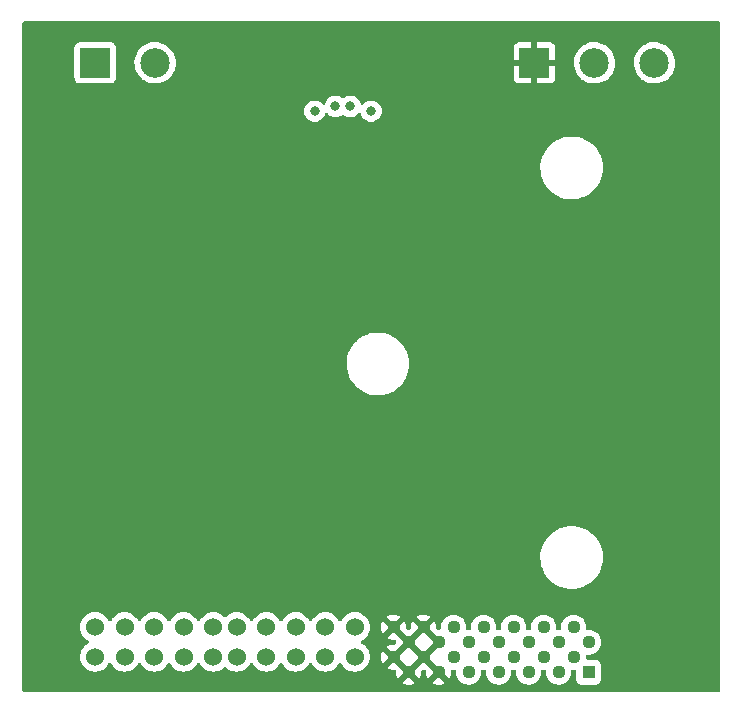
<source format=gbr>
%TF.GenerationSoftware,KiCad,Pcbnew,(6.0.1-0)*%
%TF.CreationDate,2022-12-23T21:27:23-08:00*%
%TF.ProjectId,ESC Daughterboard,45534320-4461-4756-9768-746572626f61,rev?*%
%TF.SameCoordinates,Original*%
%TF.FileFunction,Copper,L2,Inr*%
%TF.FilePolarity,Positive*%
%FSLAX46Y46*%
G04 Gerber Fmt 4.6, Leading zero omitted, Abs format (unit mm)*
G04 Created by KiCad (PCBNEW (6.0.1-0)) date 2022-12-23 21:27:23*
%MOMM*%
%LPD*%
G01*
G04 APERTURE LIST*
%TA.AperFunction,ComponentPad*%
%ADD10R,2.500000X2.500000*%
%TD*%
%TA.AperFunction,ComponentPad*%
%ADD11C,2.500000*%
%TD*%
%TA.AperFunction,ComponentPad*%
%ADD12R,1.110000X1.110000*%
%TD*%
%TA.AperFunction,ComponentPad*%
%ADD13C,1.110000*%
%TD*%
%TA.AperFunction,ComponentPad*%
%ADD14C,1.528000*%
%TD*%
%TA.AperFunction,ViaPad*%
%ADD15C,0.800000*%
%TD*%
G04 APERTURE END LIST*
D10*
%TO.N,/Phase_1*%
%TO.C,Phase 1*%
X154815000Y-69100000D03*
D11*
%TO.N,/Phase_2*%
X159895000Y-69100000D03*
%TO.N,/Phase_3*%
X164975000Y-69100000D03*
%TD*%
D12*
%TO.N,GND*%
%TO.C,J4*%
X159400000Y-120700000D03*
D13*
%TO.N,+5V*%
X158130000Y-119430000D03*
%TO.N,/Phase_3*%
X156860000Y-120700000D03*
X155590000Y-119430000D03*
X154320000Y-120700000D03*
X153050000Y-119430000D03*
%TO.N,/Phase_2*%
X151780000Y-120700000D03*
X150510000Y-119430000D03*
X149240000Y-120700000D03*
X147970000Y-119430000D03*
%TO.N,/Phase_1*%
X146700000Y-120700000D03*
X145430000Y-119430000D03*
X144160000Y-120700000D03*
X142890000Y-119430000D03*
%TO.N,/CAH*%
X159400000Y-118160000D03*
%TO.N,/CAL*%
X158130000Y-116890000D03*
%TO.N,/Phase_3*%
X156860000Y-118160000D03*
X155590000Y-116890000D03*
X154320000Y-118160000D03*
X153050000Y-116890000D03*
%TO.N,/Phase_2*%
X151780000Y-118160000D03*
X150510000Y-116890000D03*
X149240000Y-118160000D03*
X147970000Y-116890000D03*
%TO.N,/Phase_1*%
X146700000Y-118160000D03*
X145430000Y-116890000D03*
X144160000Y-118160000D03*
X142890000Y-116890000D03*
D14*
%TO.N,GND*%
X139609996Y-116890000D03*
X137109996Y-116890000D03*
X134609996Y-116890000D03*
X132109996Y-116890000D03*
X129609999Y-116890000D03*
%TO.N,/16V*%
X127609995Y-116890000D03*
X125109995Y-116890000D03*
X122609995Y-116890000D03*
X120109995Y-116890000D03*
X117609995Y-116890000D03*
%TO.N,GND*%
X139609996Y-119390000D03*
X137109996Y-119390000D03*
X134609996Y-119390000D03*
X132109996Y-119390000D03*
X129609999Y-119390000D03*
%TO.N,/16V*%
X127609995Y-119390000D03*
X125109995Y-119390000D03*
X122609995Y-119390000D03*
X120109995Y-119390000D03*
X117609995Y-119390000D03*
%TD*%
D10*
%TO.N,/16V*%
%TO.C,PWR*%
X117620000Y-69100000D03*
D11*
%TO.N,GND*%
X122700000Y-69100000D03*
%TD*%
D15*
%TO.N,GND*%
X136210000Y-73200000D03*
%TO.N,+5V*%
X140980000Y-73200000D03*
%TO.N,/CAH*%
X139220000Y-72800000D03*
%TO.N,/CAL*%
X137960000Y-72790000D03*
%TD*%
%TA.AperFunction,Conductor*%
%TO.N,/Phase_1*%
G36*
X170502121Y-65620002D02*
G01*
X170548614Y-65673658D01*
X170560000Y-65726000D01*
X170560000Y-122274000D01*
X170539998Y-122342121D01*
X170486342Y-122388614D01*
X170434000Y-122400000D01*
X111586000Y-122400000D01*
X111517879Y-122379998D01*
X111471386Y-122326342D01*
X111460000Y-122274000D01*
X111460000Y-121609552D01*
X143615278Y-121609552D01*
X143620187Y-121616110D01*
X143726992Y-121675800D01*
X143738232Y-121680711D01*
X143924777Y-121741323D01*
X143936744Y-121743955D01*
X144131519Y-121767180D01*
X144143768Y-121767437D01*
X144339339Y-121752389D01*
X144351417Y-121750259D01*
X144540331Y-121697512D01*
X144551764Y-121693078D01*
X144696448Y-121619993D01*
X144706732Y-121610348D01*
X144706464Y-121609552D01*
X146155278Y-121609552D01*
X146160187Y-121616110D01*
X146266992Y-121675800D01*
X146278232Y-121680711D01*
X146464777Y-121741323D01*
X146476744Y-121743955D01*
X146671519Y-121767180D01*
X146683768Y-121767437D01*
X146879339Y-121752389D01*
X146891417Y-121750259D01*
X147080331Y-121697512D01*
X147091764Y-121693078D01*
X147236448Y-121619993D01*
X147246732Y-121610348D01*
X147244494Y-121603704D01*
X146712812Y-121072022D01*
X146698868Y-121064408D01*
X146697035Y-121064539D01*
X146690420Y-121068790D01*
X146162038Y-121597172D01*
X146155278Y-121609552D01*
X144706464Y-121609552D01*
X144704494Y-121603704D01*
X144172812Y-121072022D01*
X144158868Y-121064408D01*
X144157035Y-121064539D01*
X144150420Y-121068790D01*
X143622038Y-121597172D01*
X143615278Y-121609552D01*
X111460000Y-121609552D01*
X111460000Y-119390000D01*
X116340665Y-119390000D01*
X116359949Y-119610417D01*
X116361373Y-119615730D01*
X116361373Y-119615732D01*
X116411290Y-119802022D01*
X116417215Y-119824136D01*
X116419538Y-119829117D01*
X116419538Y-119829118D01*
X116508397Y-120019678D01*
X116508400Y-120019683D01*
X116510723Y-120024665D01*
X116513879Y-120029172D01*
X116513880Y-120029174D01*
X116609993Y-120166437D01*
X116637632Y-120205910D01*
X116794085Y-120362363D01*
X116798593Y-120365520D01*
X116798596Y-120365522D01*
X116970821Y-120486115D01*
X116975330Y-120489272D01*
X116980312Y-120491595D01*
X116980317Y-120491598D01*
X117170877Y-120580457D01*
X117175859Y-120582780D01*
X117181167Y-120584202D01*
X117181169Y-120584203D01*
X117384263Y-120638622D01*
X117384265Y-120638622D01*
X117389578Y-120640046D01*
X117609995Y-120659330D01*
X117830412Y-120640046D01*
X117835725Y-120638622D01*
X117835727Y-120638622D01*
X118038821Y-120584203D01*
X118038823Y-120584202D01*
X118044131Y-120582780D01*
X118049113Y-120580457D01*
X118239673Y-120491598D01*
X118239678Y-120491595D01*
X118244660Y-120489272D01*
X118249169Y-120486115D01*
X118421394Y-120365522D01*
X118421397Y-120365520D01*
X118425905Y-120362363D01*
X118582358Y-120205910D01*
X118609998Y-120166437D01*
X118706110Y-120029174D01*
X118706111Y-120029172D01*
X118709267Y-120024665D01*
X118711590Y-120019683D01*
X118711593Y-120019678D01*
X118745800Y-119946320D01*
X118792717Y-119893035D01*
X118860995Y-119873574D01*
X118928955Y-119894116D01*
X118974190Y-119946320D01*
X119008397Y-120019678D01*
X119008400Y-120019683D01*
X119010723Y-120024665D01*
X119013879Y-120029172D01*
X119013880Y-120029174D01*
X119109993Y-120166437D01*
X119137632Y-120205910D01*
X119294085Y-120362363D01*
X119298593Y-120365520D01*
X119298596Y-120365522D01*
X119470821Y-120486115D01*
X119475330Y-120489272D01*
X119480312Y-120491595D01*
X119480317Y-120491598D01*
X119670877Y-120580457D01*
X119675859Y-120582780D01*
X119681167Y-120584202D01*
X119681169Y-120584203D01*
X119884263Y-120638622D01*
X119884265Y-120638622D01*
X119889578Y-120640046D01*
X120109995Y-120659330D01*
X120330412Y-120640046D01*
X120335725Y-120638622D01*
X120335727Y-120638622D01*
X120538821Y-120584203D01*
X120538823Y-120584202D01*
X120544131Y-120582780D01*
X120549113Y-120580457D01*
X120739673Y-120491598D01*
X120739678Y-120491595D01*
X120744660Y-120489272D01*
X120749169Y-120486115D01*
X120921394Y-120365522D01*
X120921397Y-120365520D01*
X120925905Y-120362363D01*
X121082358Y-120205910D01*
X121109998Y-120166437D01*
X121206110Y-120029174D01*
X121206111Y-120029172D01*
X121209267Y-120024665D01*
X121211590Y-120019683D01*
X121211593Y-120019678D01*
X121245800Y-119946320D01*
X121292717Y-119893035D01*
X121360995Y-119873574D01*
X121428955Y-119894116D01*
X121474190Y-119946320D01*
X121508397Y-120019678D01*
X121508400Y-120019683D01*
X121510723Y-120024665D01*
X121513879Y-120029172D01*
X121513880Y-120029174D01*
X121609993Y-120166437D01*
X121637632Y-120205910D01*
X121794085Y-120362363D01*
X121798593Y-120365520D01*
X121798596Y-120365522D01*
X121970821Y-120486115D01*
X121975330Y-120489272D01*
X121980312Y-120491595D01*
X121980317Y-120491598D01*
X122170877Y-120580457D01*
X122175859Y-120582780D01*
X122181167Y-120584202D01*
X122181169Y-120584203D01*
X122384263Y-120638622D01*
X122384265Y-120638622D01*
X122389578Y-120640046D01*
X122609995Y-120659330D01*
X122830412Y-120640046D01*
X122835725Y-120638622D01*
X122835727Y-120638622D01*
X123038821Y-120584203D01*
X123038823Y-120584202D01*
X123044131Y-120582780D01*
X123049113Y-120580457D01*
X123239673Y-120491598D01*
X123239678Y-120491595D01*
X123244660Y-120489272D01*
X123249169Y-120486115D01*
X123421394Y-120365522D01*
X123421397Y-120365520D01*
X123425905Y-120362363D01*
X123582358Y-120205910D01*
X123609998Y-120166437D01*
X123706110Y-120029174D01*
X123706111Y-120029172D01*
X123709267Y-120024665D01*
X123711590Y-120019683D01*
X123711593Y-120019678D01*
X123745800Y-119946320D01*
X123792717Y-119893035D01*
X123860995Y-119873574D01*
X123928955Y-119894116D01*
X123974190Y-119946320D01*
X124008397Y-120019678D01*
X124008400Y-120019683D01*
X124010723Y-120024665D01*
X124013879Y-120029172D01*
X124013880Y-120029174D01*
X124109993Y-120166437D01*
X124137632Y-120205910D01*
X124294085Y-120362363D01*
X124298593Y-120365520D01*
X124298596Y-120365522D01*
X124470821Y-120486115D01*
X124475330Y-120489272D01*
X124480312Y-120491595D01*
X124480317Y-120491598D01*
X124670877Y-120580457D01*
X124675859Y-120582780D01*
X124681167Y-120584202D01*
X124681169Y-120584203D01*
X124884263Y-120638622D01*
X124884265Y-120638622D01*
X124889578Y-120640046D01*
X125109995Y-120659330D01*
X125330412Y-120640046D01*
X125335725Y-120638622D01*
X125335727Y-120638622D01*
X125538821Y-120584203D01*
X125538823Y-120584202D01*
X125544131Y-120582780D01*
X125549113Y-120580457D01*
X125739673Y-120491598D01*
X125739678Y-120491595D01*
X125744660Y-120489272D01*
X125749169Y-120486115D01*
X125921394Y-120365522D01*
X125921397Y-120365520D01*
X125925905Y-120362363D01*
X126082358Y-120205910D01*
X126109998Y-120166437D01*
X126206110Y-120029174D01*
X126206111Y-120029172D01*
X126209267Y-120024665D01*
X126211590Y-120019683D01*
X126211593Y-120019678D01*
X126245800Y-119946320D01*
X126292717Y-119893035D01*
X126360995Y-119873574D01*
X126428955Y-119894116D01*
X126474190Y-119946320D01*
X126508397Y-120019678D01*
X126508400Y-120019683D01*
X126510723Y-120024665D01*
X126513879Y-120029172D01*
X126513880Y-120029174D01*
X126609993Y-120166437D01*
X126637632Y-120205910D01*
X126794085Y-120362363D01*
X126798593Y-120365520D01*
X126798596Y-120365522D01*
X126970821Y-120486115D01*
X126975330Y-120489272D01*
X126980312Y-120491595D01*
X126980317Y-120491598D01*
X127170877Y-120580457D01*
X127175859Y-120582780D01*
X127181167Y-120584202D01*
X127181169Y-120584203D01*
X127384263Y-120638622D01*
X127384265Y-120638622D01*
X127389578Y-120640046D01*
X127609995Y-120659330D01*
X127830412Y-120640046D01*
X127835725Y-120638622D01*
X127835727Y-120638622D01*
X128038821Y-120584203D01*
X128038823Y-120584202D01*
X128044131Y-120582780D01*
X128049113Y-120580457D01*
X128239673Y-120491598D01*
X128239678Y-120491595D01*
X128244660Y-120489272D01*
X128249169Y-120486115D01*
X128421394Y-120365522D01*
X128421397Y-120365520D01*
X128425905Y-120362363D01*
X128520902Y-120267366D01*
X128583214Y-120233340D01*
X128654029Y-120238405D01*
X128699092Y-120267366D01*
X128794089Y-120362363D01*
X128798597Y-120365520D01*
X128798600Y-120365522D01*
X128970825Y-120486115D01*
X128975334Y-120489272D01*
X128980316Y-120491595D01*
X128980321Y-120491598D01*
X129170881Y-120580457D01*
X129175863Y-120582780D01*
X129181171Y-120584202D01*
X129181173Y-120584203D01*
X129384267Y-120638622D01*
X129384269Y-120638622D01*
X129389582Y-120640046D01*
X129609999Y-120659330D01*
X129830416Y-120640046D01*
X129835729Y-120638622D01*
X129835731Y-120638622D01*
X130038825Y-120584203D01*
X130038827Y-120584202D01*
X130044135Y-120582780D01*
X130049117Y-120580457D01*
X130239677Y-120491598D01*
X130239682Y-120491595D01*
X130244664Y-120489272D01*
X130249173Y-120486115D01*
X130421398Y-120365522D01*
X130421401Y-120365520D01*
X130425909Y-120362363D01*
X130582362Y-120205910D01*
X130610002Y-120166437D01*
X130706114Y-120029174D01*
X130706115Y-120029172D01*
X130709271Y-120024665D01*
X130711594Y-120019684D01*
X130711600Y-120019673D01*
X130745804Y-119946322D01*
X130792721Y-119893038D01*
X130860998Y-119873577D01*
X130928958Y-119894119D01*
X130974193Y-119946324D01*
X131008396Y-120019674D01*
X131008399Y-120019680D01*
X131010724Y-120024665D01*
X131013880Y-120029172D01*
X131013881Y-120029174D01*
X131109994Y-120166437D01*
X131137633Y-120205910D01*
X131294086Y-120362363D01*
X131298594Y-120365520D01*
X131298597Y-120365522D01*
X131470822Y-120486115D01*
X131475331Y-120489272D01*
X131480313Y-120491595D01*
X131480318Y-120491598D01*
X131670878Y-120580457D01*
X131675860Y-120582780D01*
X131681168Y-120584202D01*
X131681170Y-120584203D01*
X131884264Y-120638622D01*
X131884266Y-120638622D01*
X131889579Y-120640046D01*
X132109996Y-120659330D01*
X132330413Y-120640046D01*
X132335726Y-120638622D01*
X132335728Y-120638622D01*
X132538822Y-120584203D01*
X132538824Y-120584202D01*
X132544132Y-120582780D01*
X132549114Y-120580457D01*
X132739674Y-120491598D01*
X132739679Y-120491595D01*
X132744661Y-120489272D01*
X132749170Y-120486115D01*
X132921395Y-120365522D01*
X132921398Y-120365520D01*
X132925906Y-120362363D01*
X133082359Y-120205910D01*
X133109999Y-120166437D01*
X133206111Y-120029174D01*
X133206112Y-120029172D01*
X133209268Y-120024665D01*
X133211591Y-120019683D01*
X133211594Y-120019678D01*
X133245801Y-119946320D01*
X133292718Y-119893035D01*
X133360996Y-119873574D01*
X133428956Y-119894116D01*
X133474191Y-119946320D01*
X133508398Y-120019678D01*
X133508401Y-120019683D01*
X133510724Y-120024665D01*
X133513880Y-120029172D01*
X133513881Y-120029174D01*
X133609994Y-120166437D01*
X133637633Y-120205910D01*
X133794086Y-120362363D01*
X133798594Y-120365520D01*
X133798597Y-120365522D01*
X133970822Y-120486115D01*
X133975331Y-120489272D01*
X133980313Y-120491595D01*
X133980318Y-120491598D01*
X134170878Y-120580457D01*
X134175860Y-120582780D01*
X134181168Y-120584202D01*
X134181170Y-120584203D01*
X134384264Y-120638622D01*
X134384266Y-120638622D01*
X134389579Y-120640046D01*
X134609996Y-120659330D01*
X134830413Y-120640046D01*
X134835726Y-120638622D01*
X134835728Y-120638622D01*
X135038822Y-120584203D01*
X135038824Y-120584202D01*
X135044132Y-120582780D01*
X135049114Y-120580457D01*
X135239674Y-120491598D01*
X135239679Y-120491595D01*
X135244661Y-120489272D01*
X135249170Y-120486115D01*
X135421395Y-120365522D01*
X135421398Y-120365520D01*
X135425906Y-120362363D01*
X135582359Y-120205910D01*
X135609999Y-120166437D01*
X135706111Y-120029174D01*
X135706112Y-120029172D01*
X135709268Y-120024665D01*
X135711591Y-120019683D01*
X135711594Y-120019678D01*
X135745801Y-119946320D01*
X135792718Y-119893035D01*
X135860996Y-119873574D01*
X135928956Y-119894116D01*
X135974191Y-119946320D01*
X136008398Y-120019678D01*
X136008401Y-120019683D01*
X136010724Y-120024665D01*
X136013880Y-120029172D01*
X136013881Y-120029174D01*
X136109994Y-120166437D01*
X136137633Y-120205910D01*
X136294086Y-120362363D01*
X136298594Y-120365520D01*
X136298597Y-120365522D01*
X136470822Y-120486115D01*
X136475331Y-120489272D01*
X136480313Y-120491595D01*
X136480318Y-120491598D01*
X136670878Y-120580457D01*
X136675860Y-120582780D01*
X136681168Y-120584202D01*
X136681170Y-120584203D01*
X136884264Y-120638622D01*
X136884266Y-120638622D01*
X136889579Y-120640046D01*
X137109996Y-120659330D01*
X137330413Y-120640046D01*
X137335726Y-120638622D01*
X137335728Y-120638622D01*
X137538822Y-120584203D01*
X137538824Y-120584202D01*
X137544132Y-120582780D01*
X137549114Y-120580457D01*
X137739674Y-120491598D01*
X137739679Y-120491595D01*
X137744661Y-120489272D01*
X137749170Y-120486115D01*
X137921395Y-120365522D01*
X137921398Y-120365520D01*
X137925906Y-120362363D01*
X138082359Y-120205910D01*
X138109999Y-120166437D01*
X138206111Y-120029174D01*
X138206112Y-120029172D01*
X138209268Y-120024665D01*
X138211591Y-120019683D01*
X138211594Y-120019678D01*
X138245801Y-119946320D01*
X138292718Y-119893035D01*
X138360996Y-119873574D01*
X138428956Y-119894116D01*
X138474191Y-119946320D01*
X138508398Y-120019678D01*
X138508401Y-120019683D01*
X138510724Y-120024665D01*
X138513880Y-120029172D01*
X138513881Y-120029174D01*
X138609994Y-120166437D01*
X138637633Y-120205910D01*
X138794086Y-120362363D01*
X138798594Y-120365520D01*
X138798597Y-120365522D01*
X138970822Y-120486115D01*
X138975331Y-120489272D01*
X138980313Y-120491595D01*
X138980318Y-120491598D01*
X139170878Y-120580457D01*
X139175860Y-120582780D01*
X139181168Y-120584202D01*
X139181170Y-120584203D01*
X139384264Y-120638622D01*
X139384266Y-120638622D01*
X139389579Y-120640046D01*
X139609996Y-120659330D01*
X139830413Y-120640046D01*
X139835726Y-120638622D01*
X139835728Y-120638622D01*
X140038822Y-120584203D01*
X140038824Y-120584202D01*
X140044132Y-120582780D01*
X140049114Y-120580457D01*
X140239674Y-120491598D01*
X140239679Y-120491595D01*
X140244661Y-120489272D01*
X140249170Y-120486115D01*
X140421395Y-120365522D01*
X140421398Y-120365520D01*
X140425906Y-120362363D01*
X140448717Y-120339552D01*
X142345278Y-120339552D01*
X142350187Y-120346110D01*
X142456992Y-120405800D01*
X142468232Y-120410711D01*
X142654777Y-120471323D01*
X142666744Y-120473955D01*
X142861519Y-120497180D01*
X142873768Y-120497437D01*
X142963233Y-120490553D01*
X143032687Y-120505270D01*
X143083159Y-120555201D01*
X143098114Y-120630226D01*
X143092648Y-120678959D01*
X143092477Y-120691230D01*
X143108889Y-120886679D01*
X143111104Y-120898744D01*
X143165166Y-121087283D01*
X143169685Y-121098695D01*
X143240300Y-121236096D01*
X143250019Y-121246315D01*
X143256819Y-121243971D01*
X143787978Y-120712812D01*
X143794356Y-120701132D01*
X144524408Y-120701132D01*
X144524539Y-120702965D01*
X144528790Y-120709580D01*
X145057002Y-121237792D01*
X145069382Y-121244552D01*
X145076116Y-121239511D01*
X145132750Y-121139816D01*
X145137744Y-121128600D01*
X145199652Y-120942497D01*
X145202372Y-120930525D01*
X145227285Y-120733326D01*
X145227776Y-120726301D01*
X145228094Y-120703505D01*
X145227801Y-120696513D01*
X145221262Y-120629828D01*
X145234521Y-120560081D01*
X145283383Y-120508574D01*
X145352336Y-120491660D01*
X145361579Y-120492418D01*
X145401518Y-120497180D01*
X145413768Y-120497437D01*
X145503233Y-120490553D01*
X145572687Y-120505270D01*
X145623159Y-120555201D01*
X145638114Y-120630226D01*
X145632648Y-120678959D01*
X145632477Y-120691230D01*
X145648889Y-120886679D01*
X145651104Y-120898744D01*
X145705166Y-121087283D01*
X145709685Y-121098695D01*
X145780300Y-121236096D01*
X145790019Y-121246315D01*
X145796819Y-121243971D01*
X146327978Y-120712812D01*
X146335592Y-120698868D01*
X146335461Y-120697035D01*
X146331210Y-120690420D01*
X145442812Y-119802022D01*
X145428868Y-119794408D01*
X145427035Y-119794539D01*
X145420420Y-119798790D01*
X144532022Y-120687188D01*
X144524408Y-120701132D01*
X143794356Y-120701132D01*
X143795592Y-120698868D01*
X143795461Y-120697035D01*
X143791210Y-120690420D01*
X142902812Y-119802022D01*
X142888868Y-119794408D01*
X142887035Y-119794539D01*
X142880420Y-119798790D01*
X142352038Y-120327172D01*
X142345278Y-120339552D01*
X140448717Y-120339552D01*
X140582359Y-120205910D01*
X140609999Y-120166437D01*
X140706111Y-120029174D01*
X140706112Y-120029172D01*
X140709268Y-120024665D01*
X140711591Y-120019683D01*
X140711594Y-120019678D01*
X140800453Y-119829118D01*
X140800453Y-119829117D01*
X140802776Y-119824136D01*
X140808702Y-119802022D01*
X140858618Y-119615732D01*
X140858618Y-119615730D01*
X140860042Y-119610417D01*
X140876594Y-119421230D01*
X141822477Y-119421230D01*
X141838889Y-119616679D01*
X141841104Y-119628744D01*
X141895166Y-119817283D01*
X141899685Y-119828695D01*
X141970300Y-119966096D01*
X141980019Y-119976315D01*
X141986819Y-119973971D01*
X142517978Y-119442812D01*
X142524356Y-119431132D01*
X143254408Y-119431132D01*
X143254539Y-119432965D01*
X143258790Y-119439580D01*
X144147188Y-120327978D01*
X144161132Y-120335592D01*
X144162965Y-120335461D01*
X144169580Y-120331210D01*
X145057978Y-119442812D01*
X145064356Y-119431132D01*
X145794408Y-119431132D01*
X145794539Y-119432965D01*
X145798790Y-119439580D01*
X147597002Y-121237792D01*
X147609382Y-121244552D01*
X147616116Y-121239511D01*
X147672750Y-121139816D01*
X147677744Y-121128600D01*
X147739652Y-120942497D01*
X147742372Y-120930525D01*
X147767285Y-120733326D01*
X147767776Y-120726301D01*
X147768094Y-120703505D01*
X147767801Y-120696513D01*
X147760513Y-120622185D01*
X147773772Y-120552437D01*
X147822635Y-120500930D01*
X147891588Y-120484017D01*
X147900830Y-120484775D01*
X147936088Y-120488979D01*
X147947788Y-120490374D01*
X147953923Y-120489902D01*
X147953925Y-120489902D01*
X148051697Y-120482379D01*
X148121151Y-120497097D01*
X148171623Y-120547027D01*
X148186578Y-120622053D01*
X148184720Y-120638622D01*
X148179496Y-120685192D01*
X148180835Y-120701132D01*
X148183521Y-120733118D01*
X148196817Y-120891460D01*
X148198515Y-120897381D01*
X148198515Y-120897382D01*
X148246410Y-121064408D01*
X148253873Y-121090435D01*
X148348489Y-121274540D01*
X148477063Y-121436760D01*
X148481756Y-121440754D01*
X148481757Y-121440755D01*
X148508363Y-121463398D01*
X148634697Y-121570917D01*
X148640075Y-121573923D01*
X148640077Y-121573924D01*
X148718813Y-121617928D01*
X148815387Y-121671901D01*
X149012250Y-121735865D01*
X149217788Y-121760374D01*
X149223923Y-121759902D01*
X149223925Y-121759902D01*
X149418030Y-121744967D01*
X149418034Y-121744966D01*
X149424172Y-121744494D01*
X149430105Y-121742838D01*
X149430108Y-121742837D01*
X149617607Y-121690486D01*
X149617606Y-121690486D01*
X149623542Y-121688829D01*
X149808302Y-121595500D01*
X149933322Y-121497824D01*
X149966559Y-121471856D01*
X149971415Y-121468062D01*
X150002604Y-121431929D01*
X150102641Y-121316036D01*
X150102642Y-121316034D01*
X150106670Y-121311368D01*
X150208913Y-121131388D01*
X150274250Y-120934976D01*
X150300193Y-120729614D01*
X150300607Y-120700000D01*
X150294775Y-120640525D01*
X150292888Y-120621274D01*
X150306148Y-120551527D01*
X150355010Y-120500020D01*
X150423963Y-120483107D01*
X150433191Y-120483864D01*
X150487788Y-120490374D01*
X150493923Y-120489902D01*
X150493925Y-120489902D01*
X150591697Y-120482379D01*
X150661151Y-120497097D01*
X150711623Y-120547027D01*
X150726578Y-120622053D01*
X150724720Y-120638622D01*
X150719496Y-120685192D01*
X150720835Y-120701132D01*
X150723521Y-120733118D01*
X150736817Y-120891460D01*
X150738515Y-120897381D01*
X150738515Y-120897382D01*
X150786410Y-121064408D01*
X150793873Y-121090435D01*
X150888489Y-121274540D01*
X151017063Y-121436760D01*
X151021756Y-121440754D01*
X151021757Y-121440755D01*
X151048363Y-121463398D01*
X151174697Y-121570917D01*
X151180075Y-121573923D01*
X151180077Y-121573924D01*
X151258813Y-121617928D01*
X151355387Y-121671901D01*
X151552250Y-121735865D01*
X151757788Y-121760374D01*
X151763923Y-121759902D01*
X151763925Y-121759902D01*
X151958030Y-121744967D01*
X151958034Y-121744966D01*
X151964172Y-121744494D01*
X151970105Y-121742838D01*
X151970108Y-121742837D01*
X152157607Y-121690486D01*
X152157606Y-121690486D01*
X152163542Y-121688829D01*
X152348302Y-121595500D01*
X152473322Y-121497824D01*
X152506559Y-121471856D01*
X152511415Y-121468062D01*
X152542604Y-121431929D01*
X152642641Y-121316036D01*
X152642642Y-121316034D01*
X152646670Y-121311368D01*
X152748913Y-121131388D01*
X152814250Y-120934976D01*
X152840193Y-120729614D01*
X152840607Y-120700000D01*
X152834775Y-120640525D01*
X152832888Y-120621274D01*
X152846148Y-120551527D01*
X152895010Y-120500020D01*
X152963963Y-120483107D01*
X152973191Y-120483864D01*
X153027788Y-120490374D01*
X153033923Y-120489902D01*
X153033925Y-120489902D01*
X153131697Y-120482379D01*
X153201151Y-120497097D01*
X153251623Y-120547027D01*
X153266578Y-120622053D01*
X153264720Y-120638622D01*
X153259496Y-120685192D01*
X153260835Y-120701132D01*
X153263521Y-120733118D01*
X153276817Y-120891460D01*
X153278515Y-120897381D01*
X153278515Y-120897382D01*
X153326410Y-121064408D01*
X153333873Y-121090435D01*
X153428489Y-121274540D01*
X153557063Y-121436760D01*
X153561756Y-121440754D01*
X153561757Y-121440755D01*
X153588363Y-121463398D01*
X153714697Y-121570917D01*
X153720075Y-121573923D01*
X153720077Y-121573924D01*
X153798813Y-121617928D01*
X153895387Y-121671901D01*
X154092250Y-121735865D01*
X154297788Y-121760374D01*
X154303923Y-121759902D01*
X154303925Y-121759902D01*
X154498030Y-121744967D01*
X154498034Y-121744966D01*
X154504172Y-121744494D01*
X154510105Y-121742838D01*
X154510108Y-121742837D01*
X154697607Y-121690486D01*
X154697606Y-121690486D01*
X154703542Y-121688829D01*
X154888302Y-121595500D01*
X155013322Y-121497824D01*
X155046559Y-121471856D01*
X155051415Y-121468062D01*
X155082604Y-121431929D01*
X155182641Y-121316036D01*
X155182642Y-121316034D01*
X155186670Y-121311368D01*
X155288913Y-121131388D01*
X155354250Y-120934976D01*
X155380193Y-120729614D01*
X155380607Y-120700000D01*
X155374775Y-120640525D01*
X155372888Y-120621274D01*
X155386148Y-120551527D01*
X155435010Y-120500020D01*
X155503963Y-120483107D01*
X155513191Y-120483864D01*
X155567788Y-120490374D01*
X155573923Y-120489902D01*
X155573925Y-120489902D01*
X155671697Y-120482379D01*
X155741151Y-120497097D01*
X155791623Y-120547027D01*
X155806578Y-120622053D01*
X155804720Y-120638622D01*
X155799496Y-120685192D01*
X155800835Y-120701132D01*
X155803521Y-120733118D01*
X155816817Y-120891460D01*
X155818515Y-120897381D01*
X155818515Y-120897382D01*
X155866410Y-121064408D01*
X155873873Y-121090435D01*
X155968489Y-121274540D01*
X156097063Y-121436760D01*
X156101756Y-121440754D01*
X156101757Y-121440755D01*
X156128363Y-121463398D01*
X156254697Y-121570917D01*
X156260075Y-121573923D01*
X156260077Y-121573924D01*
X156338813Y-121617928D01*
X156435387Y-121671901D01*
X156632250Y-121735865D01*
X156837788Y-121760374D01*
X156843923Y-121759902D01*
X156843925Y-121759902D01*
X157038030Y-121744967D01*
X157038034Y-121744966D01*
X157044172Y-121744494D01*
X157050105Y-121742838D01*
X157050108Y-121742837D01*
X157237607Y-121690486D01*
X157237606Y-121690486D01*
X157243542Y-121688829D01*
X157428302Y-121595500D01*
X157553322Y-121497824D01*
X157586559Y-121471856D01*
X157591415Y-121468062D01*
X157622604Y-121431929D01*
X157722641Y-121316036D01*
X157722642Y-121316034D01*
X157726670Y-121311368D01*
X157828913Y-121131388D01*
X157894250Y-120934976D01*
X157920193Y-120729614D01*
X157920607Y-120700000D01*
X157914775Y-120640525D01*
X157912888Y-120621274D01*
X157926148Y-120551527D01*
X157975010Y-120500020D01*
X158043963Y-120483107D01*
X158053191Y-120483864D01*
X158107788Y-120490374D01*
X158113923Y-120489902D01*
X158113924Y-120489902D01*
X158151126Y-120487039D01*
X158208834Y-120482599D01*
X158278288Y-120497316D01*
X158328760Y-120547247D01*
X158344500Y-120608228D01*
X158344501Y-121064408D01*
X158344501Y-121302376D01*
X158344870Y-121305770D01*
X158344870Y-121305776D01*
X158345985Y-121316036D01*
X158351149Y-121363580D01*
X158401474Y-121497824D01*
X158406854Y-121505003D01*
X158406856Y-121505006D01*
X158475932Y-121597172D01*
X158487454Y-121612546D01*
X158494635Y-121617928D01*
X158594994Y-121693144D01*
X158594997Y-121693146D01*
X158602176Y-121698526D01*
X158691561Y-121732034D01*
X158729025Y-121746079D01*
X158729027Y-121746079D01*
X158736420Y-121748851D01*
X158744270Y-121749704D01*
X158744271Y-121749704D01*
X158794217Y-121755130D01*
X158797623Y-121755500D01*
X159399911Y-121755500D01*
X160002376Y-121755499D01*
X160005770Y-121755130D01*
X160005776Y-121755130D01*
X160055722Y-121749705D01*
X160055726Y-121749704D01*
X160063580Y-121748851D01*
X160197824Y-121698526D01*
X160205003Y-121693146D01*
X160205006Y-121693144D01*
X160305365Y-121617928D01*
X160312546Y-121612546D01*
X160324068Y-121597172D01*
X160393144Y-121505006D01*
X160393146Y-121505003D01*
X160398526Y-121497824D01*
X160448851Y-121363580D01*
X160455500Y-121302377D01*
X160455499Y-120097624D01*
X160448851Y-120036420D01*
X160398526Y-119902176D01*
X160393146Y-119894997D01*
X160393144Y-119894994D01*
X160317928Y-119794635D01*
X160312546Y-119787454D01*
X160305365Y-119782072D01*
X160205006Y-119706856D01*
X160205003Y-119706854D01*
X160197824Y-119701474D01*
X160100464Y-119664976D01*
X160070975Y-119653921D01*
X160070973Y-119653921D01*
X160063580Y-119651149D01*
X160055730Y-119650296D01*
X160055729Y-119650296D01*
X160005774Y-119644869D01*
X160005773Y-119644869D01*
X160002377Y-119644500D01*
X159982867Y-119644500D01*
X159309755Y-119644501D01*
X159241635Y-119624499D01*
X159195142Y-119570843D01*
X159184749Y-119502709D01*
X159189753Y-119463094D01*
X159190193Y-119459614D01*
X159190607Y-119430000D01*
X159182888Y-119351274D01*
X159196148Y-119281527D01*
X159245010Y-119230020D01*
X159313963Y-119213107D01*
X159323191Y-119213864D01*
X159377788Y-119220374D01*
X159383923Y-119219902D01*
X159383925Y-119219902D01*
X159578030Y-119204967D01*
X159578034Y-119204966D01*
X159584172Y-119204494D01*
X159590105Y-119202838D01*
X159590108Y-119202837D01*
X159777607Y-119150486D01*
X159777606Y-119150486D01*
X159783542Y-119148829D01*
X159968302Y-119055500D01*
X160020034Y-119015083D01*
X160126559Y-118931856D01*
X160131415Y-118928062D01*
X160212884Y-118833680D01*
X160262641Y-118776036D01*
X160262642Y-118776034D01*
X160266670Y-118771368D01*
X160278340Y-118750826D01*
X160365865Y-118596753D01*
X160368913Y-118591388D01*
X160434250Y-118394976D01*
X160460193Y-118189614D01*
X160460607Y-118160000D01*
X160440408Y-117953994D01*
X160380580Y-117755834D01*
X160283402Y-117573069D01*
X160279511Y-117568299D01*
X160279509Y-117568295D01*
X160156471Y-117417435D01*
X160156468Y-117417432D01*
X160152576Y-117412660D01*
X160128857Y-117393038D01*
X159997834Y-117284646D01*
X159997831Y-117284644D01*
X159993084Y-117280717D01*
X159811002Y-117182265D01*
X159712134Y-117151661D01*
X159619152Y-117122878D01*
X159619149Y-117122877D01*
X159613265Y-117121056D01*
X159607140Y-117120412D01*
X159607139Y-117120412D01*
X159413532Y-117100063D01*
X159413531Y-117100063D01*
X159407404Y-117099419D01*
X159320753Y-117107305D01*
X159251102Y-117093560D01*
X159199937Y-117044339D01*
X159183506Y-116975270D01*
X159184329Y-116966032D01*
X159184754Y-116962665D01*
X159190193Y-116919614D01*
X159190473Y-116899580D01*
X159190558Y-116893522D01*
X159190558Y-116893518D01*
X159190607Y-116890000D01*
X159170408Y-116683994D01*
X159110580Y-116485834D01*
X159036743Y-116346967D01*
X159016296Y-116308511D01*
X159016294Y-116308508D01*
X159013402Y-116303069D01*
X159009511Y-116298299D01*
X159009509Y-116298295D01*
X158886471Y-116147435D01*
X158886468Y-116147432D01*
X158882576Y-116142660D01*
X158875667Y-116136944D01*
X158727834Y-116014646D01*
X158727831Y-116014644D01*
X158723084Y-116010717D01*
X158541002Y-115912265D01*
X158442134Y-115881661D01*
X158349152Y-115852878D01*
X158349149Y-115852877D01*
X158343265Y-115851056D01*
X158337140Y-115850412D01*
X158337139Y-115850412D01*
X158143532Y-115830063D01*
X158143531Y-115830063D01*
X158137404Y-115829419D01*
X158050465Y-115837331D01*
X157937401Y-115847620D01*
X157937398Y-115847621D01*
X157931262Y-115848179D01*
X157732690Y-115906622D01*
X157711620Y-115917637D01*
X157554711Y-115999667D01*
X157554707Y-115999670D01*
X157549251Y-116002522D01*
X157387932Y-116132225D01*
X157254879Y-116290792D01*
X157251915Y-116296184D01*
X157251912Y-116296188D01*
X157222410Y-116349852D01*
X157155159Y-116472182D01*
X157153298Y-116478049D01*
X157153297Y-116478051D01*
X157094432Y-116663617D01*
X157092570Y-116669487D01*
X157069496Y-116875192D01*
X157070012Y-116881337D01*
X157077547Y-116971072D01*
X157063315Y-117040627D01*
X157013738Y-117091447D01*
X156938818Y-117106925D01*
X156873532Y-117100063D01*
X156873531Y-117100063D01*
X156867404Y-117099419D01*
X156780753Y-117107305D01*
X156711102Y-117093560D01*
X156659937Y-117044339D01*
X156643506Y-116975270D01*
X156644329Y-116966032D01*
X156644754Y-116962665D01*
X156650193Y-116919614D01*
X156650473Y-116899580D01*
X156650558Y-116893522D01*
X156650558Y-116893518D01*
X156650607Y-116890000D01*
X156630408Y-116683994D01*
X156570580Y-116485834D01*
X156496743Y-116346967D01*
X156476296Y-116308511D01*
X156476294Y-116308508D01*
X156473402Y-116303069D01*
X156469511Y-116298299D01*
X156469509Y-116298295D01*
X156346471Y-116147435D01*
X156346468Y-116147432D01*
X156342576Y-116142660D01*
X156335667Y-116136944D01*
X156187834Y-116014646D01*
X156187831Y-116014644D01*
X156183084Y-116010717D01*
X156001002Y-115912265D01*
X155902134Y-115881661D01*
X155809152Y-115852878D01*
X155809149Y-115852877D01*
X155803265Y-115851056D01*
X155797140Y-115850412D01*
X155797139Y-115850412D01*
X155603532Y-115830063D01*
X155603531Y-115830063D01*
X155597404Y-115829419D01*
X155510465Y-115837331D01*
X155397401Y-115847620D01*
X155397398Y-115847621D01*
X155391262Y-115848179D01*
X155192690Y-115906622D01*
X155171620Y-115917637D01*
X155014711Y-115999667D01*
X155014707Y-115999670D01*
X155009251Y-116002522D01*
X154847932Y-116132225D01*
X154714879Y-116290792D01*
X154711915Y-116296184D01*
X154711912Y-116296188D01*
X154682410Y-116349852D01*
X154615159Y-116472182D01*
X154613298Y-116478049D01*
X154613297Y-116478051D01*
X154554432Y-116663617D01*
X154552570Y-116669487D01*
X154529496Y-116875192D01*
X154530012Y-116881337D01*
X154537547Y-116971072D01*
X154523315Y-117040627D01*
X154473738Y-117091447D01*
X154398818Y-117106925D01*
X154333532Y-117100063D01*
X154333531Y-117100063D01*
X154327404Y-117099419D01*
X154240753Y-117107305D01*
X154171102Y-117093560D01*
X154119937Y-117044339D01*
X154103506Y-116975270D01*
X154104329Y-116966032D01*
X154104754Y-116962665D01*
X154110193Y-116919614D01*
X154110473Y-116899580D01*
X154110558Y-116893522D01*
X154110558Y-116893518D01*
X154110607Y-116890000D01*
X154090408Y-116683994D01*
X154030580Y-116485834D01*
X153956743Y-116346967D01*
X153936296Y-116308511D01*
X153936294Y-116308508D01*
X153933402Y-116303069D01*
X153929511Y-116298299D01*
X153929509Y-116298295D01*
X153806471Y-116147435D01*
X153806468Y-116147432D01*
X153802576Y-116142660D01*
X153795667Y-116136944D01*
X153647834Y-116014646D01*
X153647831Y-116014644D01*
X153643084Y-116010717D01*
X153461002Y-115912265D01*
X153362134Y-115881661D01*
X153269152Y-115852878D01*
X153269149Y-115852877D01*
X153263265Y-115851056D01*
X153257140Y-115850412D01*
X153257139Y-115850412D01*
X153063532Y-115830063D01*
X153063531Y-115830063D01*
X153057404Y-115829419D01*
X152970465Y-115837331D01*
X152857401Y-115847620D01*
X152857398Y-115847621D01*
X152851262Y-115848179D01*
X152652690Y-115906622D01*
X152631620Y-115917637D01*
X152474711Y-115999667D01*
X152474707Y-115999670D01*
X152469251Y-116002522D01*
X152307932Y-116132225D01*
X152174879Y-116290792D01*
X152171915Y-116296184D01*
X152171912Y-116296188D01*
X152142410Y-116349852D01*
X152075159Y-116472182D01*
X152073298Y-116478049D01*
X152073297Y-116478051D01*
X152014432Y-116663617D01*
X152012570Y-116669487D01*
X151989496Y-116875192D01*
X151990012Y-116881337D01*
X151997547Y-116971072D01*
X151983315Y-117040627D01*
X151933738Y-117091447D01*
X151858818Y-117106925D01*
X151793532Y-117100063D01*
X151793531Y-117100063D01*
X151787404Y-117099419D01*
X151700753Y-117107305D01*
X151631102Y-117093560D01*
X151579937Y-117044339D01*
X151563506Y-116975270D01*
X151564329Y-116966032D01*
X151564754Y-116962665D01*
X151570193Y-116919614D01*
X151570473Y-116899580D01*
X151570558Y-116893522D01*
X151570558Y-116893518D01*
X151570607Y-116890000D01*
X151550408Y-116683994D01*
X151490580Y-116485834D01*
X151416743Y-116346967D01*
X151396296Y-116308511D01*
X151396294Y-116308508D01*
X151393402Y-116303069D01*
X151389511Y-116298299D01*
X151389509Y-116298295D01*
X151266471Y-116147435D01*
X151266468Y-116147432D01*
X151262576Y-116142660D01*
X151255667Y-116136944D01*
X151107834Y-116014646D01*
X151107831Y-116014644D01*
X151103084Y-116010717D01*
X150921002Y-115912265D01*
X150822134Y-115881661D01*
X150729152Y-115852878D01*
X150729149Y-115852877D01*
X150723265Y-115851056D01*
X150717140Y-115850412D01*
X150717139Y-115850412D01*
X150523532Y-115830063D01*
X150523531Y-115830063D01*
X150517404Y-115829419D01*
X150430465Y-115837331D01*
X150317401Y-115847620D01*
X150317398Y-115847621D01*
X150311262Y-115848179D01*
X150112690Y-115906622D01*
X150091620Y-115917637D01*
X149934711Y-115999667D01*
X149934707Y-115999670D01*
X149929251Y-116002522D01*
X149767932Y-116132225D01*
X149634879Y-116290792D01*
X149631915Y-116296184D01*
X149631912Y-116296188D01*
X149602410Y-116349852D01*
X149535159Y-116472182D01*
X149533298Y-116478049D01*
X149533297Y-116478051D01*
X149474432Y-116663617D01*
X149472570Y-116669487D01*
X149449496Y-116875192D01*
X149450012Y-116881337D01*
X149457547Y-116971072D01*
X149443315Y-117040627D01*
X149393738Y-117091447D01*
X149318818Y-117106925D01*
X149253532Y-117100063D01*
X149253531Y-117100063D01*
X149247404Y-117099419D01*
X149160753Y-117107305D01*
X149091102Y-117093560D01*
X149039937Y-117044339D01*
X149023506Y-116975270D01*
X149024329Y-116966032D01*
X149024754Y-116962665D01*
X149030193Y-116919614D01*
X149030473Y-116899580D01*
X149030558Y-116893522D01*
X149030558Y-116893518D01*
X149030607Y-116890000D01*
X149010408Y-116683994D01*
X148950580Y-116485834D01*
X148876743Y-116346967D01*
X148856296Y-116308511D01*
X148856294Y-116308508D01*
X148853402Y-116303069D01*
X148849511Y-116298299D01*
X148849509Y-116298295D01*
X148726471Y-116147435D01*
X148726468Y-116147432D01*
X148722576Y-116142660D01*
X148715667Y-116136944D01*
X148567834Y-116014646D01*
X148567831Y-116014644D01*
X148563084Y-116010717D01*
X148381002Y-115912265D01*
X148282134Y-115881661D01*
X148189152Y-115852878D01*
X148189149Y-115852877D01*
X148183265Y-115851056D01*
X148177140Y-115850412D01*
X148177139Y-115850412D01*
X147983532Y-115830063D01*
X147983531Y-115830063D01*
X147977404Y-115829419D01*
X147890465Y-115837331D01*
X147777401Y-115847620D01*
X147777398Y-115847621D01*
X147771262Y-115848179D01*
X147572690Y-115906622D01*
X147551620Y-115917637D01*
X147394711Y-115999667D01*
X147394707Y-115999670D01*
X147389251Y-116002522D01*
X147227932Y-116132225D01*
X147094879Y-116290792D01*
X147091915Y-116296184D01*
X147091912Y-116296188D01*
X147062410Y-116349852D01*
X146995159Y-116472182D01*
X146993298Y-116478049D01*
X146993297Y-116478051D01*
X146934432Y-116663617D01*
X146932570Y-116669487D01*
X146909496Y-116875192D01*
X146910012Y-116881337D01*
X146916908Y-116963463D01*
X146902676Y-117033018D01*
X146853099Y-117083838D01*
X146778180Y-117099316D01*
X146713587Y-117092527D01*
X146701317Y-117092442D01*
X146629366Y-117098990D01*
X146559713Y-117085245D01*
X146508548Y-117036024D01*
X146492117Y-116966955D01*
X146492940Y-116957717D01*
X146497285Y-116923326D01*
X146497776Y-116916301D01*
X146498094Y-116893505D01*
X146497801Y-116886513D01*
X146478401Y-116688664D01*
X146476018Y-116676627D01*
X146419328Y-116488862D01*
X146414654Y-116477521D01*
X146349230Y-116354478D01*
X146339371Y-116344398D01*
X146332243Y-116346967D01*
X145802022Y-116877188D01*
X145794408Y-116891132D01*
X145794539Y-116892965D01*
X145798790Y-116899580D01*
X146970115Y-118070905D01*
X147004141Y-118133217D01*
X146999076Y-118204032D01*
X146970115Y-118249095D01*
X145802022Y-119417188D01*
X145794408Y-119431132D01*
X145064356Y-119431132D01*
X145065592Y-119428868D01*
X145065461Y-119427035D01*
X145061210Y-119420420D01*
X144172812Y-118532022D01*
X144158868Y-118524408D01*
X144157035Y-118524539D01*
X144150420Y-118528790D01*
X143262022Y-119417188D01*
X143254408Y-119431132D01*
X142524356Y-119431132D01*
X142525592Y-119428868D01*
X142525461Y-119427035D01*
X142521210Y-119420420D01*
X141992620Y-118891830D01*
X141980240Y-118885070D01*
X141973852Y-118889852D01*
X141911198Y-119003819D01*
X141906370Y-119015083D01*
X141847060Y-119202052D01*
X141844512Y-119214040D01*
X141822648Y-119408961D01*
X141822477Y-119421230D01*
X140876594Y-119421230D01*
X140879326Y-119390000D01*
X140860042Y-119169583D01*
X140832143Y-119065461D01*
X140804199Y-118961174D01*
X140804198Y-118961172D01*
X140802776Y-118955864D01*
X140779723Y-118906426D01*
X140711594Y-118760322D01*
X140711591Y-118760317D01*
X140709268Y-118755335D01*
X140651074Y-118672225D01*
X140585518Y-118578601D01*
X140585516Y-118578598D01*
X140582359Y-118574090D01*
X140528611Y-118520342D01*
X142344061Y-118520342D01*
X142346516Y-118527306D01*
X142877188Y-119057978D01*
X142891132Y-119065592D01*
X142892965Y-119065461D01*
X142899580Y-119061210D01*
X143787978Y-118172812D01*
X143794356Y-118161132D01*
X144524408Y-118161132D01*
X144524539Y-118162965D01*
X144528790Y-118169580D01*
X145417188Y-119057978D01*
X145431132Y-119065592D01*
X145432965Y-119065461D01*
X145439580Y-119061210D01*
X146327978Y-118172812D01*
X146335592Y-118158868D01*
X146335461Y-118157035D01*
X146331210Y-118150420D01*
X145442812Y-117262022D01*
X145428868Y-117254408D01*
X145427035Y-117254539D01*
X145420420Y-117258790D01*
X144532022Y-118147188D01*
X144524408Y-118161132D01*
X143794356Y-118161132D01*
X143795592Y-118158868D01*
X143795461Y-118157035D01*
X143791210Y-118150420D01*
X142902812Y-117262022D01*
X142888868Y-117254408D01*
X142887035Y-117254539D01*
X142880420Y-117258790D01*
X142352038Y-117787172D01*
X142345278Y-117799552D01*
X142350187Y-117806110D01*
X142456992Y-117865800D01*
X142468232Y-117870711D01*
X142654777Y-117931323D01*
X142666744Y-117933955D01*
X142861519Y-117957180D01*
X142873768Y-117957437D01*
X142963233Y-117950553D01*
X143032687Y-117965270D01*
X143083159Y-118015201D01*
X143098114Y-118090226D01*
X143092648Y-118138959D01*
X143092477Y-118151230D01*
X143099315Y-118232665D01*
X143085083Y-118302220D01*
X143035506Y-118353040D01*
X142960587Y-118368518D01*
X142903587Y-118362527D01*
X142891317Y-118362442D01*
X142695989Y-118380218D01*
X142683940Y-118382516D01*
X142495776Y-118437896D01*
X142484408Y-118442489D01*
X142354210Y-118510555D01*
X142344061Y-118520342D01*
X140528611Y-118520342D01*
X140425906Y-118417637D01*
X140421398Y-118414480D01*
X140421395Y-118414478D01*
X140249170Y-118293885D01*
X140249168Y-118293884D01*
X140244661Y-118290728D01*
X140239679Y-118288405D01*
X140239674Y-118288402D01*
X140166316Y-118254195D01*
X140113031Y-118207278D01*
X140093570Y-118139000D01*
X140114112Y-118071040D01*
X140166316Y-118025805D01*
X140239674Y-117991598D01*
X140239679Y-117991595D01*
X140244661Y-117989272D01*
X140274221Y-117968574D01*
X140421395Y-117865522D01*
X140421398Y-117865520D01*
X140425906Y-117862363D01*
X140582359Y-117705910D01*
X140609999Y-117666437D01*
X140706111Y-117529174D01*
X140706112Y-117529172D01*
X140709268Y-117524665D01*
X140711591Y-117519683D01*
X140711594Y-117519678D01*
X140800453Y-117329118D01*
X140800453Y-117329117D01*
X140802776Y-117324136D01*
X140812273Y-117288695D01*
X140858618Y-117115732D01*
X140858618Y-117115730D01*
X140860042Y-117110417D01*
X140879326Y-116890000D01*
X140878559Y-116881230D01*
X141822477Y-116881230D01*
X141838889Y-117076679D01*
X141841104Y-117088744D01*
X141895166Y-117277283D01*
X141899685Y-117288695D01*
X141970300Y-117426096D01*
X141980019Y-117436315D01*
X141986819Y-117433971D01*
X142517978Y-116902812D01*
X142524356Y-116891132D01*
X143254408Y-116891132D01*
X143254539Y-116892965D01*
X143258790Y-116899580D01*
X144147188Y-117787978D01*
X144161132Y-117795592D01*
X144162965Y-117795461D01*
X144169580Y-117791210D01*
X145057978Y-116902812D01*
X145065592Y-116888868D01*
X145065461Y-116887035D01*
X145061210Y-116880420D01*
X144532620Y-116351830D01*
X144520240Y-116345070D01*
X144513852Y-116349852D01*
X144451198Y-116463819D01*
X144446370Y-116475083D01*
X144387060Y-116662052D01*
X144384512Y-116674040D01*
X144362648Y-116868961D01*
X144362477Y-116881230D01*
X144369315Y-116962665D01*
X144355083Y-117032220D01*
X144305506Y-117083040D01*
X144230587Y-117098518D01*
X144173587Y-117092527D01*
X144161317Y-117092442D01*
X144089366Y-117098990D01*
X144019713Y-117085245D01*
X143968548Y-117036024D01*
X143952117Y-116966955D01*
X143952940Y-116957717D01*
X143957285Y-116923326D01*
X143957776Y-116916301D01*
X143958094Y-116893505D01*
X143957801Y-116886513D01*
X143938401Y-116688664D01*
X143936018Y-116676627D01*
X143879328Y-116488862D01*
X143874654Y-116477521D01*
X143809230Y-116354478D01*
X143799371Y-116344398D01*
X143792243Y-116346967D01*
X143262022Y-116877188D01*
X143254408Y-116891132D01*
X142524356Y-116891132D01*
X142525592Y-116888868D01*
X142525461Y-116887035D01*
X142521210Y-116880420D01*
X141992620Y-116351830D01*
X141980240Y-116345070D01*
X141973852Y-116349852D01*
X141911198Y-116463819D01*
X141906370Y-116475083D01*
X141847060Y-116662052D01*
X141844512Y-116674040D01*
X141822648Y-116868961D01*
X141822477Y-116881230D01*
X140878559Y-116881230D01*
X140860042Y-116669583D01*
X140858618Y-116664268D01*
X140804199Y-116461174D01*
X140804198Y-116461172D01*
X140802776Y-116455864D01*
X140779723Y-116406426D01*
X140711594Y-116260322D01*
X140711591Y-116260317D01*
X140709268Y-116255335D01*
X140633716Y-116147435D01*
X140585518Y-116078601D01*
X140585516Y-116078598D01*
X140582359Y-116074090D01*
X140488611Y-115980342D01*
X142344061Y-115980342D01*
X142346516Y-115987306D01*
X142877188Y-116517978D01*
X142891132Y-116525592D01*
X142892965Y-116525461D01*
X142899580Y-116521210D01*
X143428418Y-115992372D01*
X143434987Y-115980342D01*
X144884061Y-115980342D01*
X144886516Y-115987306D01*
X145417188Y-116517978D01*
X145431132Y-116525592D01*
X145432965Y-116525461D01*
X145439580Y-116521210D01*
X145968418Y-115992372D01*
X145975178Y-115979992D01*
X145970519Y-115973769D01*
X145849340Y-115908248D01*
X145838035Y-115903496D01*
X145650667Y-115845496D01*
X145638654Y-115843030D01*
X145443585Y-115822527D01*
X145431317Y-115822442D01*
X145235989Y-115840218D01*
X145223940Y-115842516D01*
X145035776Y-115897896D01*
X145024408Y-115902489D01*
X144894210Y-115970555D01*
X144884061Y-115980342D01*
X143434987Y-115980342D01*
X143435178Y-115979992D01*
X143430519Y-115973769D01*
X143309340Y-115908248D01*
X143298035Y-115903496D01*
X143110667Y-115845496D01*
X143098654Y-115843030D01*
X142903585Y-115822527D01*
X142891317Y-115822442D01*
X142695989Y-115840218D01*
X142683940Y-115842516D01*
X142495776Y-115897896D01*
X142484408Y-115902489D01*
X142354210Y-115970555D01*
X142344061Y-115980342D01*
X140488611Y-115980342D01*
X140425906Y-115917637D01*
X140421398Y-115914480D01*
X140421395Y-115914478D01*
X140249170Y-115793885D01*
X140249168Y-115793884D01*
X140244661Y-115790728D01*
X140239679Y-115788405D01*
X140239674Y-115788402D01*
X140049114Y-115699543D01*
X140049113Y-115699543D01*
X140044132Y-115697220D01*
X140038824Y-115695798D01*
X140038822Y-115695797D01*
X139835728Y-115641378D01*
X139835726Y-115641378D01*
X139830413Y-115639954D01*
X139609996Y-115620670D01*
X139389579Y-115639954D01*
X139384266Y-115641378D01*
X139384264Y-115641378D01*
X139181170Y-115695797D01*
X139181168Y-115695798D01*
X139175860Y-115697220D01*
X139170879Y-115699543D01*
X139170878Y-115699543D01*
X138980318Y-115788402D01*
X138980313Y-115788405D01*
X138975331Y-115790728D01*
X138970824Y-115793884D01*
X138970822Y-115793885D01*
X138798597Y-115914478D01*
X138798594Y-115914480D01*
X138794086Y-115917637D01*
X138637633Y-116074090D01*
X138634476Y-116078598D01*
X138634474Y-116078601D01*
X138586276Y-116147435D01*
X138510724Y-116255335D01*
X138508401Y-116260317D01*
X138508398Y-116260322D01*
X138474191Y-116333680D01*
X138427274Y-116386965D01*
X138358996Y-116406426D01*
X138291036Y-116385884D01*
X138245801Y-116333680D01*
X138211594Y-116260322D01*
X138211591Y-116260317D01*
X138209268Y-116255335D01*
X138133716Y-116147435D01*
X138085518Y-116078601D01*
X138085516Y-116078598D01*
X138082359Y-116074090D01*
X137925906Y-115917637D01*
X137921398Y-115914480D01*
X137921395Y-115914478D01*
X137749170Y-115793885D01*
X137749168Y-115793884D01*
X137744661Y-115790728D01*
X137739679Y-115788405D01*
X137739674Y-115788402D01*
X137549114Y-115699543D01*
X137549113Y-115699543D01*
X137544132Y-115697220D01*
X137538824Y-115695798D01*
X137538822Y-115695797D01*
X137335728Y-115641378D01*
X137335726Y-115641378D01*
X137330413Y-115639954D01*
X137109996Y-115620670D01*
X136889579Y-115639954D01*
X136884266Y-115641378D01*
X136884264Y-115641378D01*
X136681170Y-115695797D01*
X136681168Y-115695798D01*
X136675860Y-115697220D01*
X136670879Y-115699543D01*
X136670878Y-115699543D01*
X136480318Y-115788402D01*
X136480313Y-115788405D01*
X136475331Y-115790728D01*
X136470824Y-115793884D01*
X136470822Y-115793885D01*
X136298597Y-115914478D01*
X136298594Y-115914480D01*
X136294086Y-115917637D01*
X136137633Y-116074090D01*
X136134476Y-116078598D01*
X136134474Y-116078601D01*
X136086276Y-116147435D01*
X136010724Y-116255335D01*
X136008401Y-116260317D01*
X136008398Y-116260322D01*
X135974191Y-116333680D01*
X135927274Y-116386965D01*
X135858996Y-116406426D01*
X135791036Y-116385884D01*
X135745801Y-116333680D01*
X135711594Y-116260322D01*
X135711591Y-116260317D01*
X135709268Y-116255335D01*
X135633716Y-116147435D01*
X135585518Y-116078601D01*
X135585516Y-116078598D01*
X135582359Y-116074090D01*
X135425906Y-115917637D01*
X135421398Y-115914480D01*
X135421395Y-115914478D01*
X135249170Y-115793885D01*
X135249168Y-115793884D01*
X135244661Y-115790728D01*
X135239679Y-115788405D01*
X135239674Y-115788402D01*
X135049114Y-115699543D01*
X135049113Y-115699543D01*
X135044132Y-115697220D01*
X135038824Y-115695798D01*
X135038822Y-115695797D01*
X134835728Y-115641378D01*
X134835726Y-115641378D01*
X134830413Y-115639954D01*
X134609996Y-115620670D01*
X134389579Y-115639954D01*
X134384266Y-115641378D01*
X134384264Y-115641378D01*
X134181170Y-115695797D01*
X134181168Y-115695798D01*
X134175860Y-115697220D01*
X134170879Y-115699543D01*
X134170878Y-115699543D01*
X133980318Y-115788402D01*
X133980313Y-115788405D01*
X133975331Y-115790728D01*
X133970824Y-115793884D01*
X133970822Y-115793885D01*
X133798597Y-115914478D01*
X133798594Y-115914480D01*
X133794086Y-115917637D01*
X133637633Y-116074090D01*
X133634476Y-116078598D01*
X133634474Y-116078601D01*
X133586276Y-116147435D01*
X133510724Y-116255335D01*
X133508401Y-116260317D01*
X133508398Y-116260322D01*
X133474191Y-116333680D01*
X133427274Y-116386965D01*
X133358996Y-116406426D01*
X133291036Y-116385884D01*
X133245801Y-116333680D01*
X133211594Y-116260322D01*
X133211591Y-116260317D01*
X133209268Y-116255335D01*
X133133716Y-116147435D01*
X133085518Y-116078601D01*
X133085516Y-116078598D01*
X133082359Y-116074090D01*
X132925906Y-115917637D01*
X132921398Y-115914480D01*
X132921395Y-115914478D01*
X132749170Y-115793885D01*
X132749168Y-115793884D01*
X132744661Y-115790728D01*
X132739679Y-115788405D01*
X132739674Y-115788402D01*
X132549114Y-115699543D01*
X132549113Y-115699543D01*
X132544132Y-115697220D01*
X132538824Y-115695798D01*
X132538822Y-115695797D01*
X132335728Y-115641378D01*
X132335726Y-115641378D01*
X132330413Y-115639954D01*
X132109996Y-115620670D01*
X131889579Y-115639954D01*
X131884266Y-115641378D01*
X131884264Y-115641378D01*
X131681170Y-115695797D01*
X131681168Y-115695798D01*
X131675860Y-115697220D01*
X131670879Y-115699543D01*
X131670878Y-115699543D01*
X131480318Y-115788402D01*
X131480313Y-115788405D01*
X131475331Y-115790728D01*
X131470824Y-115793884D01*
X131470822Y-115793885D01*
X131298597Y-115914478D01*
X131298594Y-115914480D01*
X131294086Y-115917637D01*
X131137633Y-116074090D01*
X131134476Y-116078598D01*
X131134474Y-116078601D01*
X131086276Y-116147435D01*
X131010724Y-116255335D01*
X131008399Y-116260320D01*
X131008396Y-116260326D01*
X130974193Y-116333676D01*
X130927276Y-116386962D01*
X130858999Y-116406423D01*
X130791039Y-116385882D01*
X130745804Y-116333678D01*
X130711600Y-116260327D01*
X130711594Y-116260316D01*
X130709271Y-116255335D01*
X130633719Y-116147435D01*
X130585521Y-116078601D01*
X130585519Y-116078598D01*
X130582362Y-116074090D01*
X130425909Y-115917637D01*
X130421401Y-115914480D01*
X130421398Y-115914478D01*
X130249173Y-115793885D01*
X130249171Y-115793884D01*
X130244664Y-115790728D01*
X130239682Y-115788405D01*
X130239677Y-115788402D01*
X130049117Y-115699543D01*
X130049116Y-115699543D01*
X130044135Y-115697220D01*
X130038827Y-115695798D01*
X130038825Y-115695797D01*
X129835731Y-115641378D01*
X129835729Y-115641378D01*
X129830416Y-115639954D01*
X129609999Y-115620670D01*
X129389582Y-115639954D01*
X129384269Y-115641378D01*
X129384267Y-115641378D01*
X129181173Y-115695797D01*
X129181171Y-115695798D01*
X129175863Y-115697220D01*
X129170882Y-115699543D01*
X129170881Y-115699543D01*
X128980321Y-115788402D01*
X128980316Y-115788405D01*
X128975334Y-115790728D01*
X128970827Y-115793884D01*
X128970825Y-115793885D01*
X128798600Y-115914478D01*
X128798597Y-115914480D01*
X128794089Y-115917637D01*
X128699092Y-116012634D01*
X128636780Y-116046660D01*
X128565965Y-116041595D01*
X128520902Y-116012634D01*
X128425905Y-115917637D01*
X128421397Y-115914480D01*
X128421394Y-115914478D01*
X128249169Y-115793885D01*
X128249167Y-115793884D01*
X128244660Y-115790728D01*
X128239678Y-115788405D01*
X128239673Y-115788402D01*
X128049113Y-115699543D01*
X128049112Y-115699543D01*
X128044131Y-115697220D01*
X128038823Y-115695798D01*
X128038821Y-115695797D01*
X127835727Y-115641378D01*
X127835725Y-115641378D01*
X127830412Y-115639954D01*
X127609995Y-115620670D01*
X127389578Y-115639954D01*
X127384265Y-115641378D01*
X127384263Y-115641378D01*
X127181169Y-115695797D01*
X127181167Y-115695798D01*
X127175859Y-115697220D01*
X127170878Y-115699543D01*
X127170877Y-115699543D01*
X126980317Y-115788402D01*
X126980312Y-115788405D01*
X126975330Y-115790728D01*
X126970823Y-115793884D01*
X126970821Y-115793885D01*
X126798596Y-115914478D01*
X126798593Y-115914480D01*
X126794085Y-115917637D01*
X126637632Y-116074090D01*
X126634475Y-116078598D01*
X126634473Y-116078601D01*
X126586275Y-116147435D01*
X126510723Y-116255335D01*
X126508400Y-116260317D01*
X126508397Y-116260322D01*
X126474190Y-116333680D01*
X126427273Y-116386965D01*
X126358995Y-116406426D01*
X126291035Y-116385884D01*
X126245800Y-116333680D01*
X126211593Y-116260322D01*
X126211590Y-116260317D01*
X126209267Y-116255335D01*
X126133715Y-116147435D01*
X126085517Y-116078601D01*
X126085515Y-116078598D01*
X126082358Y-116074090D01*
X125925905Y-115917637D01*
X125921397Y-115914480D01*
X125921394Y-115914478D01*
X125749169Y-115793885D01*
X125749167Y-115793884D01*
X125744660Y-115790728D01*
X125739678Y-115788405D01*
X125739673Y-115788402D01*
X125549113Y-115699543D01*
X125549112Y-115699543D01*
X125544131Y-115697220D01*
X125538823Y-115695798D01*
X125538821Y-115695797D01*
X125335727Y-115641378D01*
X125335725Y-115641378D01*
X125330412Y-115639954D01*
X125109995Y-115620670D01*
X124889578Y-115639954D01*
X124884265Y-115641378D01*
X124884263Y-115641378D01*
X124681169Y-115695797D01*
X124681167Y-115695798D01*
X124675859Y-115697220D01*
X124670878Y-115699543D01*
X124670877Y-115699543D01*
X124480317Y-115788402D01*
X124480312Y-115788405D01*
X124475330Y-115790728D01*
X124470823Y-115793884D01*
X124470821Y-115793885D01*
X124298596Y-115914478D01*
X124298593Y-115914480D01*
X124294085Y-115917637D01*
X124137632Y-116074090D01*
X124134475Y-116078598D01*
X124134473Y-116078601D01*
X124086275Y-116147435D01*
X124010723Y-116255335D01*
X124008400Y-116260317D01*
X124008397Y-116260322D01*
X123974190Y-116333680D01*
X123927273Y-116386965D01*
X123858995Y-116406426D01*
X123791035Y-116385884D01*
X123745800Y-116333680D01*
X123711593Y-116260322D01*
X123711590Y-116260317D01*
X123709267Y-116255335D01*
X123633715Y-116147435D01*
X123585517Y-116078601D01*
X123585515Y-116078598D01*
X123582358Y-116074090D01*
X123425905Y-115917637D01*
X123421397Y-115914480D01*
X123421394Y-115914478D01*
X123249169Y-115793885D01*
X123249167Y-115793884D01*
X123244660Y-115790728D01*
X123239678Y-115788405D01*
X123239673Y-115788402D01*
X123049113Y-115699543D01*
X123049112Y-115699543D01*
X123044131Y-115697220D01*
X123038823Y-115695798D01*
X123038821Y-115695797D01*
X122835727Y-115641378D01*
X122835725Y-115641378D01*
X122830412Y-115639954D01*
X122609995Y-115620670D01*
X122389578Y-115639954D01*
X122384265Y-115641378D01*
X122384263Y-115641378D01*
X122181169Y-115695797D01*
X122181167Y-115695798D01*
X122175859Y-115697220D01*
X122170878Y-115699543D01*
X122170877Y-115699543D01*
X121980317Y-115788402D01*
X121980312Y-115788405D01*
X121975330Y-115790728D01*
X121970823Y-115793884D01*
X121970821Y-115793885D01*
X121798596Y-115914478D01*
X121798593Y-115914480D01*
X121794085Y-115917637D01*
X121637632Y-116074090D01*
X121634475Y-116078598D01*
X121634473Y-116078601D01*
X121586275Y-116147435D01*
X121510723Y-116255335D01*
X121508400Y-116260317D01*
X121508397Y-116260322D01*
X121474190Y-116333680D01*
X121427273Y-116386965D01*
X121358995Y-116406426D01*
X121291035Y-116385884D01*
X121245800Y-116333680D01*
X121211593Y-116260322D01*
X121211590Y-116260317D01*
X121209267Y-116255335D01*
X121133715Y-116147435D01*
X121085517Y-116078601D01*
X121085515Y-116078598D01*
X121082358Y-116074090D01*
X120925905Y-115917637D01*
X120921397Y-115914480D01*
X120921394Y-115914478D01*
X120749169Y-115793885D01*
X120749167Y-115793884D01*
X120744660Y-115790728D01*
X120739678Y-115788405D01*
X120739673Y-115788402D01*
X120549113Y-115699543D01*
X120549112Y-115699543D01*
X120544131Y-115697220D01*
X120538823Y-115695798D01*
X120538821Y-115695797D01*
X120335727Y-115641378D01*
X120335725Y-115641378D01*
X120330412Y-115639954D01*
X120109995Y-115620670D01*
X119889578Y-115639954D01*
X119884265Y-115641378D01*
X119884263Y-115641378D01*
X119681169Y-115695797D01*
X119681167Y-115695798D01*
X119675859Y-115697220D01*
X119670878Y-115699543D01*
X119670877Y-115699543D01*
X119480317Y-115788402D01*
X119480312Y-115788405D01*
X119475330Y-115790728D01*
X119470823Y-115793884D01*
X119470821Y-115793885D01*
X119298596Y-115914478D01*
X119298593Y-115914480D01*
X119294085Y-115917637D01*
X119137632Y-116074090D01*
X119134475Y-116078598D01*
X119134473Y-116078601D01*
X119086275Y-116147435D01*
X119010723Y-116255335D01*
X119008400Y-116260317D01*
X119008397Y-116260322D01*
X118974190Y-116333680D01*
X118927273Y-116386965D01*
X118858995Y-116406426D01*
X118791035Y-116385884D01*
X118745800Y-116333680D01*
X118711593Y-116260322D01*
X118711590Y-116260317D01*
X118709267Y-116255335D01*
X118633715Y-116147435D01*
X118585517Y-116078601D01*
X118585515Y-116078598D01*
X118582358Y-116074090D01*
X118425905Y-115917637D01*
X118421397Y-115914480D01*
X118421394Y-115914478D01*
X118249169Y-115793885D01*
X118249167Y-115793884D01*
X118244660Y-115790728D01*
X118239678Y-115788405D01*
X118239673Y-115788402D01*
X118049113Y-115699543D01*
X118049112Y-115699543D01*
X118044131Y-115697220D01*
X118038823Y-115695798D01*
X118038821Y-115695797D01*
X117835727Y-115641378D01*
X117835725Y-115641378D01*
X117830412Y-115639954D01*
X117609995Y-115620670D01*
X117389578Y-115639954D01*
X117384265Y-115641378D01*
X117384263Y-115641378D01*
X117181169Y-115695797D01*
X117181167Y-115695798D01*
X117175859Y-115697220D01*
X117170878Y-115699543D01*
X117170877Y-115699543D01*
X116980317Y-115788402D01*
X116980312Y-115788405D01*
X116975330Y-115790728D01*
X116970823Y-115793884D01*
X116970821Y-115793885D01*
X116798596Y-115914478D01*
X116798593Y-115914480D01*
X116794085Y-115917637D01*
X116637632Y-116074090D01*
X116634475Y-116078598D01*
X116634473Y-116078601D01*
X116586275Y-116147435D01*
X116510723Y-116255335D01*
X116508400Y-116260317D01*
X116508397Y-116260322D01*
X116440268Y-116406426D01*
X116417215Y-116455864D01*
X116415793Y-116461172D01*
X116415792Y-116461174D01*
X116361373Y-116664268D01*
X116359949Y-116669583D01*
X116340665Y-116890000D01*
X116359949Y-117110417D01*
X116361373Y-117115730D01*
X116361373Y-117115732D01*
X116407719Y-117288695D01*
X116417215Y-117324136D01*
X116419538Y-117329117D01*
X116419538Y-117329118D01*
X116508397Y-117519678D01*
X116508400Y-117519683D01*
X116510723Y-117524665D01*
X116513879Y-117529172D01*
X116513880Y-117529174D01*
X116609993Y-117666437D01*
X116637632Y-117705910D01*
X116794085Y-117862363D01*
X116798593Y-117865520D01*
X116798596Y-117865522D01*
X116945770Y-117968574D01*
X116975330Y-117989272D01*
X116980312Y-117991595D01*
X116980317Y-117991598D01*
X117053675Y-118025805D01*
X117106960Y-118072722D01*
X117126421Y-118141000D01*
X117105879Y-118208960D01*
X117053675Y-118254195D01*
X116980317Y-118288402D01*
X116980312Y-118288405D01*
X116975330Y-118290728D01*
X116970823Y-118293884D01*
X116970821Y-118293885D01*
X116798596Y-118414478D01*
X116798593Y-118414480D01*
X116794085Y-118417637D01*
X116637632Y-118574090D01*
X116634475Y-118578598D01*
X116634473Y-118578601D01*
X116568917Y-118672225D01*
X116510723Y-118755335D01*
X116508400Y-118760317D01*
X116508397Y-118760322D01*
X116440268Y-118906426D01*
X116417215Y-118955864D01*
X116415793Y-118961172D01*
X116415792Y-118961174D01*
X116387848Y-119065461D01*
X116359949Y-119169583D01*
X116340665Y-119390000D01*
X111460000Y-119390000D01*
X111460000Y-111046346D01*
X155304867Y-111046346D01*
X155330307Y-111369579D01*
X155394948Y-111687304D01*
X155497829Y-111994782D01*
X155637415Y-112287430D01*
X155811625Y-112560885D01*
X156017863Y-112811072D01*
X156253054Y-113034259D01*
X156513691Y-113227121D01*
X156654790Y-113306951D01*
X156792532Y-113384882D01*
X156792536Y-113384884D01*
X156795889Y-113386781D01*
X157095442Y-113510860D01*
X157407883Y-113597507D01*
X157728555Y-113645432D01*
X157731853Y-113645576D01*
X157843257Y-113650440D01*
X157843261Y-113650440D01*
X157844633Y-113650500D01*
X158042354Y-113650500D01*
X158283629Y-113635743D01*
X158287412Y-113635042D01*
X158287419Y-113635041D01*
X158489931Y-113597507D01*
X158602433Y-113576656D01*
X158815785Y-113509386D01*
X158907987Y-113480315D01*
X158907990Y-113480314D01*
X158911659Y-113479157D01*
X158915156Y-113477563D01*
X158915162Y-113477561D01*
X159203191Y-113346299D01*
X159203195Y-113346297D01*
X159206699Y-113344700D01*
X159483153Y-113175289D01*
X159486157Y-113172899D01*
X159486162Y-113172896D01*
X159610027Y-113074369D01*
X159736901Y-112973449D01*
X159739595Y-112970708D01*
X159739599Y-112970704D01*
X159961463Y-112744932D01*
X159964159Y-112742189D01*
X160050945Y-112629088D01*
X160159205Y-112488001D01*
X160159210Y-112487993D01*
X160161540Y-112484957D01*
X160326101Y-112205589D01*
X160455389Y-111908247D01*
X160547476Y-111597366D01*
X160600990Y-111277579D01*
X160615133Y-110953654D01*
X160589693Y-110630421D01*
X160525052Y-110312696D01*
X160422171Y-110005218D01*
X160282585Y-109712570D01*
X160108375Y-109439115D01*
X159902137Y-109188928D01*
X159666946Y-108965741D01*
X159406309Y-108772879D01*
X159265210Y-108693049D01*
X159127468Y-108615118D01*
X159127464Y-108615116D01*
X159124111Y-108613219D01*
X158824558Y-108489140D01*
X158512117Y-108402493D01*
X158191445Y-108354568D01*
X158188147Y-108354424D01*
X158076743Y-108349560D01*
X158076739Y-108349560D01*
X158075367Y-108349500D01*
X157877646Y-108349500D01*
X157636371Y-108364257D01*
X157632588Y-108364958D01*
X157632581Y-108364959D01*
X157476969Y-108393801D01*
X157317567Y-108423344D01*
X157132930Y-108481560D01*
X157012013Y-108519685D01*
X157012010Y-108519686D01*
X157008341Y-108520843D01*
X157004844Y-108522437D01*
X157004838Y-108522439D01*
X156716809Y-108653701D01*
X156716805Y-108653703D01*
X156713301Y-108655300D01*
X156436847Y-108824711D01*
X156433843Y-108827101D01*
X156433838Y-108827104D01*
X156309973Y-108925631D01*
X156183099Y-109026551D01*
X156180405Y-109029292D01*
X156180401Y-109029296D01*
X156065515Y-109146206D01*
X155955841Y-109257811D01*
X155869055Y-109370912D01*
X155760795Y-109511999D01*
X155760790Y-109512007D01*
X155758460Y-109515043D01*
X155593899Y-109794411D01*
X155464611Y-110091753D01*
X155372524Y-110402634D01*
X155319010Y-110722421D01*
X155304867Y-111046346D01*
X111460000Y-111046346D01*
X111460000Y-94646346D01*
X138904867Y-94646346D01*
X138930307Y-94969579D01*
X138994948Y-95287304D01*
X139097829Y-95594782D01*
X139237415Y-95887430D01*
X139411625Y-96160885D01*
X139617863Y-96411072D01*
X139853054Y-96634259D01*
X140113691Y-96827121D01*
X140254790Y-96906951D01*
X140392532Y-96984882D01*
X140392536Y-96984884D01*
X140395889Y-96986781D01*
X140695442Y-97110860D01*
X141007883Y-97197507D01*
X141328555Y-97245432D01*
X141331853Y-97245576D01*
X141443257Y-97250440D01*
X141443261Y-97250440D01*
X141444633Y-97250500D01*
X141642354Y-97250500D01*
X141883629Y-97235743D01*
X141887412Y-97235042D01*
X141887419Y-97235041D01*
X142089931Y-97197507D01*
X142202433Y-97176656D01*
X142415785Y-97109386D01*
X142507987Y-97080315D01*
X142507990Y-97080314D01*
X142511659Y-97079157D01*
X142515156Y-97077563D01*
X142515162Y-97077561D01*
X142803191Y-96946299D01*
X142803195Y-96946297D01*
X142806699Y-96944700D01*
X143083153Y-96775289D01*
X143086157Y-96772899D01*
X143086162Y-96772896D01*
X143210027Y-96674369D01*
X143336901Y-96573449D01*
X143339595Y-96570708D01*
X143339599Y-96570704D01*
X143561463Y-96344932D01*
X143564159Y-96342189D01*
X143650945Y-96229088D01*
X143759205Y-96088001D01*
X143759210Y-96087993D01*
X143761540Y-96084957D01*
X143926101Y-95805589D01*
X144055389Y-95508247D01*
X144147476Y-95197366D01*
X144200990Y-94877579D01*
X144215133Y-94553654D01*
X144189693Y-94230421D01*
X144125052Y-93912696D01*
X144022171Y-93605218D01*
X143882585Y-93312570D01*
X143708375Y-93039115D01*
X143502137Y-92788928D01*
X143266946Y-92565741D01*
X143006309Y-92372879D01*
X142865210Y-92293049D01*
X142727468Y-92215118D01*
X142727464Y-92215116D01*
X142724111Y-92213219D01*
X142424558Y-92089140D01*
X142112117Y-92002493D01*
X141791445Y-91954568D01*
X141788147Y-91954424D01*
X141676743Y-91949560D01*
X141676739Y-91949560D01*
X141675367Y-91949500D01*
X141477646Y-91949500D01*
X141236371Y-91964257D01*
X141232588Y-91964958D01*
X141232581Y-91964959D01*
X141076969Y-91993800D01*
X140917567Y-92023344D01*
X140732930Y-92081560D01*
X140612013Y-92119685D01*
X140612010Y-92119686D01*
X140608341Y-92120843D01*
X140604844Y-92122437D01*
X140604838Y-92122439D01*
X140316809Y-92253701D01*
X140316805Y-92253703D01*
X140313301Y-92255300D01*
X140036847Y-92424711D01*
X140033843Y-92427101D01*
X140033838Y-92427104D01*
X139909973Y-92525631D01*
X139783099Y-92626551D01*
X139780405Y-92629292D01*
X139780401Y-92629296D01*
X139665515Y-92746206D01*
X139555841Y-92857811D01*
X139469055Y-92970912D01*
X139360795Y-93111999D01*
X139360790Y-93112007D01*
X139358460Y-93115043D01*
X139193899Y-93394411D01*
X139064611Y-93691753D01*
X138972524Y-94002634D01*
X138919010Y-94322421D01*
X138904867Y-94646346D01*
X111460000Y-94646346D01*
X111460000Y-78046346D01*
X155304867Y-78046346D01*
X155330307Y-78369579D01*
X155394948Y-78687304D01*
X155497829Y-78994782D01*
X155637415Y-79287430D01*
X155811625Y-79560885D01*
X156017863Y-79811072D01*
X156253054Y-80034259D01*
X156513691Y-80227121D01*
X156654790Y-80306951D01*
X156792532Y-80384882D01*
X156792536Y-80384884D01*
X156795889Y-80386781D01*
X157095442Y-80510860D01*
X157407883Y-80597507D01*
X157728555Y-80645432D01*
X157731853Y-80645576D01*
X157843257Y-80650440D01*
X157843261Y-80650440D01*
X157844633Y-80650500D01*
X158042354Y-80650500D01*
X158283629Y-80635743D01*
X158287412Y-80635042D01*
X158287419Y-80635041D01*
X158489931Y-80597507D01*
X158602433Y-80576656D01*
X158815785Y-80509386D01*
X158907987Y-80480315D01*
X158907990Y-80480314D01*
X158911659Y-80479157D01*
X158915156Y-80477563D01*
X158915162Y-80477561D01*
X159203191Y-80346299D01*
X159203195Y-80346297D01*
X159206699Y-80344700D01*
X159483153Y-80175289D01*
X159486157Y-80172899D01*
X159486162Y-80172896D01*
X159610027Y-80074369D01*
X159736901Y-79973449D01*
X159739595Y-79970708D01*
X159739599Y-79970704D01*
X159961463Y-79744932D01*
X159964159Y-79742189D01*
X160050945Y-79629088D01*
X160159205Y-79488001D01*
X160159210Y-79487993D01*
X160161540Y-79484957D01*
X160326101Y-79205589D01*
X160455389Y-78908247D01*
X160547476Y-78597366D01*
X160600990Y-78277579D01*
X160615133Y-77953654D01*
X160589693Y-77630421D01*
X160525052Y-77312696D01*
X160422171Y-77005218D01*
X160282585Y-76712570D01*
X160108375Y-76439115D01*
X159902137Y-76188928D01*
X159666946Y-75965741D01*
X159406309Y-75772879D01*
X159265210Y-75693049D01*
X159127468Y-75615118D01*
X159127464Y-75615116D01*
X159124111Y-75613219D01*
X158824558Y-75489140D01*
X158512117Y-75402493D01*
X158191445Y-75354568D01*
X158188147Y-75354424D01*
X158076743Y-75349560D01*
X158076739Y-75349560D01*
X158075367Y-75349500D01*
X157877646Y-75349500D01*
X157636371Y-75364257D01*
X157632588Y-75364958D01*
X157632581Y-75364959D01*
X157476969Y-75393801D01*
X157317567Y-75423344D01*
X157132930Y-75481560D01*
X157012013Y-75519685D01*
X157012010Y-75519686D01*
X157008341Y-75520843D01*
X157004844Y-75522437D01*
X157004838Y-75522439D01*
X156716809Y-75653701D01*
X156716805Y-75653703D01*
X156713301Y-75655300D01*
X156436847Y-75824711D01*
X156433843Y-75827101D01*
X156433838Y-75827104D01*
X156309973Y-75925631D01*
X156183099Y-76026551D01*
X156180405Y-76029292D01*
X156180401Y-76029296D01*
X156065515Y-76146206D01*
X155955841Y-76257811D01*
X155869055Y-76370912D01*
X155760795Y-76511999D01*
X155760790Y-76512007D01*
X155758460Y-76515043D01*
X155593899Y-76794411D01*
X155464611Y-77091753D01*
X155372524Y-77402634D01*
X155319010Y-77722421D01*
X155304867Y-78046346D01*
X111460000Y-78046346D01*
X111460000Y-73200000D01*
X135304540Y-73200000D01*
X135324326Y-73388256D01*
X135382821Y-73568284D01*
X135386124Y-73574006D01*
X135386125Y-73574007D01*
X135429108Y-73648455D01*
X135477467Y-73732216D01*
X135604129Y-73872888D01*
X135757270Y-73984151D01*
X135930197Y-74061144D01*
X136028212Y-74081978D01*
X136108897Y-74099128D01*
X136108901Y-74099128D01*
X136115354Y-74100500D01*
X136304646Y-74100500D01*
X136311099Y-74099128D01*
X136311103Y-74099128D01*
X136391788Y-74081978D01*
X136489803Y-74061144D01*
X136662730Y-73984151D01*
X136815871Y-73872888D01*
X136942533Y-73732216D01*
X136990892Y-73648455D01*
X137033875Y-73574007D01*
X137033876Y-73574006D01*
X137037179Y-73568284D01*
X137078950Y-73439727D01*
X137119024Y-73381121D01*
X137184420Y-73353484D01*
X137254377Y-73365591D01*
X137292419Y-73394353D01*
X137349709Y-73457981D01*
X137349718Y-73457989D01*
X137354129Y-73462888D01*
X137359468Y-73466767D01*
X137499195Y-73568284D01*
X137507270Y-73574151D01*
X137680197Y-73651144D01*
X137778212Y-73671978D01*
X137858897Y-73689128D01*
X137858901Y-73689128D01*
X137865354Y-73690500D01*
X138054646Y-73690500D01*
X138061099Y-73689128D01*
X138061103Y-73689128D01*
X138141788Y-73671978D01*
X138239803Y-73651144D01*
X138412730Y-73574151D01*
X138418072Y-73570270D01*
X138418077Y-73570267D01*
X138509058Y-73504166D01*
X138575925Y-73480307D01*
X138645077Y-73496388D01*
X138657178Y-73504166D01*
X138761923Y-73580267D01*
X138761928Y-73580270D01*
X138767270Y-73584151D01*
X138940197Y-73661144D01*
X139038212Y-73681978D01*
X139118897Y-73699128D01*
X139118901Y-73699128D01*
X139125354Y-73700500D01*
X139314646Y-73700500D01*
X139321099Y-73699128D01*
X139321103Y-73699128D01*
X139401788Y-73681978D01*
X139499803Y-73661144D01*
X139672730Y-73584151D01*
X139825871Y-73472888D01*
X139830282Y-73467989D01*
X139830291Y-73467981D01*
X139897317Y-73393540D01*
X139957763Y-73356300D01*
X140028746Y-73357652D01*
X140087731Y-73397165D01*
X140110786Y-73438913D01*
X140152821Y-73568284D01*
X140156124Y-73574006D01*
X140156125Y-73574007D01*
X140199108Y-73648455D01*
X140247467Y-73732216D01*
X140374129Y-73872888D01*
X140527270Y-73984151D01*
X140700197Y-74061144D01*
X140798212Y-74081978D01*
X140878897Y-74099128D01*
X140878901Y-74099128D01*
X140885354Y-74100500D01*
X141074646Y-74100500D01*
X141081099Y-74099128D01*
X141081103Y-74099128D01*
X141161788Y-74081978D01*
X141259803Y-74061144D01*
X141432730Y-73984151D01*
X141585871Y-73872888D01*
X141712533Y-73732216D01*
X141760892Y-73648455D01*
X141803875Y-73574007D01*
X141803876Y-73574006D01*
X141807179Y-73568284D01*
X141865674Y-73388256D01*
X141885460Y-73200000D01*
X141865674Y-73011744D01*
X141807179Y-72831716D01*
X141712533Y-72667784D01*
X141659495Y-72608879D01*
X141590286Y-72532015D01*
X141590284Y-72532014D01*
X141585871Y-72527112D01*
X141446692Y-72425993D01*
X141438072Y-72419730D01*
X141438071Y-72419729D01*
X141432730Y-72415849D01*
X141259803Y-72338856D01*
X141161788Y-72318022D01*
X141081103Y-72300872D01*
X141081099Y-72300872D01*
X141074646Y-72299500D01*
X140885354Y-72299500D01*
X140878901Y-72300872D01*
X140878897Y-72300872D01*
X140798212Y-72318022D01*
X140700197Y-72338856D01*
X140527270Y-72415849D01*
X140521929Y-72419729D01*
X140521928Y-72419730D01*
X140513308Y-72425993D01*
X140374129Y-72527112D01*
X140369718Y-72532011D01*
X140369709Y-72532019D01*
X140302683Y-72606460D01*
X140242237Y-72643700D01*
X140171254Y-72642348D01*
X140112269Y-72602835D01*
X140089214Y-72561086D01*
X140085701Y-72550273D01*
X140047179Y-72431716D01*
X140036468Y-72413163D01*
X139955836Y-72273505D01*
X139952533Y-72267784D01*
X139825871Y-72127112D01*
X139779762Y-72093612D01*
X139678072Y-72019730D01*
X139678071Y-72019729D01*
X139672730Y-72015849D01*
X139499803Y-71938856D01*
X139401788Y-71918022D01*
X139321103Y-71900872D01*
X139321099Y-71900872D01*
X139314646Y-71899500D01*
X139125354Y-71899500D01*
X139118901Y-71900872D01*
X139118897Y-71900872D01*
X139038212Y-71918022D01*
X138940197Y-71938856D01*
X138767270Y-72015849D01*
X138761928Y-72019730D01*
X138761923Y-72019733D01*
X138670942Y-72085834D01*
X138604075Y-72109693D01*
X138534923Y-72093612D01*
X138522822Y-72085834D01*
X138418077Y-72009733D01*
X138418072Y-72009730D01*
X138412730Y-72005849D01*
X138239803Y-71928856D01*
X138108148Y-71900872D01*
X138061103Y-71890872D01*
X138061099Y-71890872D01*
X138054646Y-71889500D01*
X137865354Y-71889500D01*
X137858901Y-71890872D01*
X137858897Y-71890872D01*
X137811852Y-71900872D01*
X137680197Y-71928856D01*
X137507270Y-72005849D01*
X137354129Y-72117112D01*
X137349716Y-72122014D01*
X137349714Y-72122015D01*
X137345125Y-72127112D01*
X137227467Y-72257784D01*
X137132821Y-72421716D01*
X137130779Y-72428001D01*
X137091050Y-72550273D01*
X137050976Y-72608879D01*
X136985580Y-72636516D01*
X136915623Y-72624409D01*
X136877581Y-72595647D01*
X136820291Y-72532019D01*
X136820282Y-72532011D01*
X136815871Y-72527112D01*
X136676692Y-72425993D01*
X136668072Y-72419730D01*
X136668071Y-72419729D01*
X136662730Y-72415849D01*
X136489803Y-72338856D01*
X136391788Y-72318022D01*
X136311103Y-72300872D01*
X136311099Y-72300872D01*
X136304646Y-72299500D01*
X136115354Y-72299500D01*
X136108901Y-72300872D01*
X136108897Y-72300872D01*
X136028212Y-72318022D01*
X135930197Y-72338856D01*
X135757270Y-72415849D01*
X135751929Y-72419729D01*
X135751928Y-72419730D01*
X135743308Y-72425993D01*
X135604129Y-72527112D01*
X135599716Y-72532014D01*
X135599714Y-72532015D01*
X135530505Y-72608879D01*
X135477467Y-72667784D01*
X135382821Y-72831716D01*
X135324326Y-73011744D01*
X135304540Y-73200000D01*
X111460000Y-73200000D01*
X111460000Y-67802623D01*
X115869500Y-67802623D01*
X115869501Y-70397376D01*
X115869870Y-70400770D01*
X115869870Y-70400776D01*
X115873569Y-70434823D01*
X115876149Y-70458580D01*
X115926474Y-70592824D01*
X115931854Y-70600003D01*
X115931856Y-70600006D01*
X116007072Y-70700365D01*
X116012454Y-70707546D01*
X116019635Y-70712928D01*
X116119994Y-70788144D01*
X116119997Y-70788146D01*
X116127176Y-70793526D01*
X116210662Y-70824823D01*
X116254025Y-70841079D01*
X116254027Y-70841079D01*
X116261420Y-70843851D01*
X116269270Y-70844704D01*
X116269271Y-70844704D01*
X116304020Y-70848479D01*
X116322623Y-70850500D01*
X117619810Y-70850500D01*
X118917376Y-70850499D01*
X118920770Y-70850130D01*
X118920776Y-70850130D01*
X118970722Y-70844705D01*
X118970726Y-70844704D01*
X118978580Y-70843851D01*
X119112824Y-70793526D01*
X119120003Y-70788146D01*
X119120006Y-70788144D01*
X119220365Y-70712928D01*
X119227546Y-70707546D01*
X119232928Y-70700365D01*
X119308144Y-70600006D01*
X119308146Y-70600003D01*
X119313526Y-70592824D01*
X119347034Y-70503439D01*
X119361079Y-70465975D01*
X119361079Y-70465973D01*
X119363851Y-70458580D01*
X119370500Y-70397377D01*
X119370499Y-69054049D01*
X120945194Y-69054049D01*
X120957677Y-69313930D01*
X121008435Y-69569112D01*
X121096355Y-69813989D01*
X121219504Y-70043180D01*
X121222299Y-70046923D01*
X121222301Y-70046926D01*
X121372385Y-70247913D01*
X121372390Y-70247919D01*
X121375177Y-70251651D01*
X121378486Y-70254931D01*
X121378491Y-70254937D01*
X121526325Y-70401486D01*
X121559954Y-70434823D01*
X121563716Y-70437581D01*
X121563719Y-70437584D01*
X121676332Y-70520155D01*
X121769775Y-70588670D01*
X121773910Y-70590846D01*
X121773914Y-70590848D01*
X121899774Y-70657066D01*
X122000033Y-70709815D01*
X122245667Y-70795594D01*
X122250260Y-70796466D01*
X122496693Y-70843253D01*
X122496696Y-70843253D01*
X122501282Y-70844124D01*
X122631272Y-70849231D01*
X122756595Y-70854156D01*
X122756601Y-70854156D01*
X122761263Y-70854339D01*
X122862489Y-70843253D01*
X123015245Y-70826524D01*
X123015250Y-70826523D01*
X123019898Y-70826014D01*
X123024422Y-70824823D01*
X123266982Y-70760962D01*
X123266984Y-70760961D01*
X123271505Y-70759771D01*
X123510557Y-70657066D01*
X123731803Y-70520155D01*
X123804539Y-70458580D01*
X123880034Y-70394669D01*
X153057001Y-70394669D01*
X153057371Y-70401490D01*
X153062895Y-70452352D01*
X153066521Y-70467604D01*
X153111676Y-70588054D01*
X153120214Y-70603649D01*
X153196715Y-70705724D01*
X153209276Y-70718285D01*
X153311351Y-70794786D01*
X153326946Y-70803324D01*
X153447394Y-70848478D01*
X153462649Y-70852105D01*
X153513514Y-70857631D01*
X153520328Y-70858000D01*
X154542885Y-70858000D01*
X154558124Y-70853525D01*
X154559329Y-70852135D01*
X154561000Y-70844452D01*
X154561000Y-70839884D01*
X155069000Y-70839884D01*
X155073475Y-70855123D01*
X155074865Y-70856328D01*
X155082548Y-70857999D01*
X156109669Y-70857999D01*
X156116490Y-70857629D01*
X156167352Y-70852105D01*
X156182604Y-70848479D01*
X156303054Y-70803324D01*
X156318649Y-70794786D01*
X156420724Y-70718285D01*
X156433285Y-70705724D01*
X156509786Y-70603649D01*
X156518324Y-70588054D01*
X156563478Y-70467606D01*
X156567105Y-70452351D01*
X156572631Y-70401486D01*
X156573000Y-70394672D01*
X156573000Y-69372115D01*
X156568525Y-69356876D01*
X156567135Y-69355671D01*
X156559452Y-69354000D01*
X155087115Y-69354000D01*
X155071876Y-69358475D01*
X155070671Y-69359865D01*
X155069000Y-69367548D01*
X155069000Y-70839884D01*
X154561000Y-70839884D01*
X154561000Y-69372115D01*
X154556525Y-69356876D01*
X154555135Y-69355671D01*
X154547452Y-69354000D01*
X153075116Y-69354000D01*
X153059877Y-69358475D01*
X153058672Y-69359865D01*
X153057001Y-69367548D01*
X153057001Y-70394669D01*
X123880034Y-70394669D01*
X123926809Y-70355071D01*
X123926811Y-70355069D01*
X123930382Y-70352046D01*
X124101931Y-70156431D01*
X124242683Y-69937608D01*
X124349544Y-69700385D01*
X124350814Y-69695882D01*
X124418898Y-69454476D01*
X124418899Y-69454473D01*
X124420168Y-69449972D01*
X124423584Y-69423116D01*
X124452604Y-69195001D01*
X124452604Y-69194997D01*
X124453002Y-69191871D01*
X124455408Y-69100000D01*
X124451993Y-69054049D01*
X158140194Y-69054049D01*
X158152677Y-69313930D01*
X158203435Y-69569112D01*
X158291355Y-69813989D01*
X158414504Y-70043180D01*
X158417299Y-70046923D01*
X158417301Y-70046926D01*
X158567385Y-70247913D01*
X158567390Y-70247919D01*
X158570177Y-70251651D01*
X158573486Y-70254931D01*
X158573491Y-70254937D01*
X158721325Y-70401486D01*
X158754954Y-70434823D01*
X158758716Y-70437581D01*
X158758719Y-70437584D01*
X158871332Y-70520155D01*
X158964775Y-70588670D01*
X158968910Y-70590846D01*
X158968914Y-70590848D01*
X159094774Y-70657066D01*
X159195033Y-70709815D01*
X159440667Y-70795594D01*
X159445260Y-70796466D01*
X159691693Y-70843253D01*
X159691696Y-70843253D01*
X159696282Y-70844124D01*
X159826272Y-70849231D01*
X159951595Y-70854156D01*
X159951601Y-70854156D01*
X159956263Y-70854339D01*
X160057489Y-70843253D01*
X160210245Y-70826524D01*
X160210250Y-70826523D01*
X160214898Y-70826014D01*
X160219422Y-70824823D01*
X160461982Y-70760962D01*
X160461984Y-70760961D01*
X160466505Y-70759771D01*
X160705557Y-70657066D01*
X160926803Y-70520155D01*
X160999539Y-70458580D01*
X161121809Y-70355071D01*
X161121811Y-70355069D01*
X161125382Y-70352046D01*
X161296931Y-70156431D01*
X161437683Y-69937608D01*
X161544544Y-69700385D01*
X161545814Y-69695882D01*
X161613898Y-69454476D01*
X161613899Y-69454473D01*
X161615168Y-69449972D01*
X161618584Y-69423116D01*
X161647604Y-69195001D01*
X161647604Y-69194997D01*
X161648002Y-69191871D01*
X161650408Y-69100000D01*
X161646993Y-69054049D01*
X163220194Y-69054049D01*
X163232677Y-69313930D01*
X163283435Y-69569112D01*
X163371355Y-69813989D01*
X163494504Y-70043180D01*
X163497299Y-70046923D01*
X163497301Y-70046926D01*
X163647385Y-70247913D01*
X163647390Y-70247919D01*
X163650177Y-70251651D01*
X163653486Y-70254931D01*
X163653491Y-70254937D01*
X163801325Y-70401486D01*
X163834954Y-70434823D01*
X163838716Y-70437581D01*
X163838719Y-70437584D01*
X163951332Y-70520155D01*
X164044775Y-70588670D01*
X164048910Y-70590846D01*
X164048914Y-70590848D01*
X164174774Y-70657066D01*
X164275033Y-70709815D01*
X164520667Y-70795594D01*
X164525260Y-70796466D01*
X164771693Y-70843253D01*
X164771696Y-70843253D01*
X164776282Y-70844124D01*
X164906272Y-70849231D01*
X165031595Y-70854156D01*
X165031601Y-70854156D01*
X165036263Y-70854339D01*
X165137489Y-70843253D01*
X165290245Y-70826524D01*
X165290250Y-70826523D01*
X165294898Y-70826014D01*
X165299422Y-70824823D01*
X165541982Y-70760962D01*
X165541984Y-70760961D01*
X165546505Y-70759771D01*
X165785557Y-70657066D01*
X166006803Y-70520155D01*
X166079539Y-70458580D01*
X166201809Y-70355071D01*
X166201811Y-70355069D01*
X166205382Y-70352046D01*
X166376931Y-70156431D01*
X166517683Y-69937608D01*
X166624544Y-69700385D01*
X166625814Y-69695882D01*
X166693898Y-69454476D01*
X166693899Y-69454473D01*
X166695168Y-69449972D01*
X166698584Y-69423116D01*
X166727604Y-69195001D01*
X166727604Y-69194997D01*
X166728002Y-69191871D01*
X166730408Y-69100000D01*
X166711126Y-68840534D01*
X166653705Y-68586768D01*
X166652012Y-68582414D01*
X166561098Y-68348630D01*
X166561097Y-68348628D01*
X166559405Y-68344277D01*
X166430299Y-68118388D01*
X166269223Y-67914064D01*
X166079714Y-67735792D01*
X165906430Y-67615580D01*
X165869779Y-67590154D01*
X165869776Y-67590152D01*
X165865937Y-67587489D01*
X165861747Y-67585423D01*
X165861744Y-67585421D01*
X165636775Y-67474479D01*
X165636772Y-67474478D01*
X165632587Y-67472414D01*
X165384792Y-67393094D01*
X165244569Y-67370257D01*
X165132606Y-67352023D01*
X165132605Y-67352023D01*
X165127994Y-67351272D01*
X164997914Y-67349569D01*
X164872512Y-67347927D01*
X164872509Y-67347927D01*
X164867835Y-67347866D01*
X164610030Y-67382952D01*
X164360243Y-67455758D01*
X164355990Y-67457718D01*
X164355989Y-67457719D01*
X164319634Y-67474479D01*
X164123961Y-67564686D01*
X164120056Y-67567246D01*
X164120051Y-67567249D01*
X163910288Y-67704775D01*
X163910283Y-67704779D01*
X163906375Y-67707341D01*
X163712265Y-67880591D01*
X163545895Y-68080629D01*
X163410920Y-68303061D01*
X163409111Y-68307375D01*
X163409110Y-68307377D01*
X163395338Y-68340221D01*
X163310305Y-68543001D01*
X163246261Y-68795177D01*
X163220194Y-69054049D01*
X161646993Y-69054049D01*
X161631126Y-68840534D01*
X161573705Y-68586768D01*
X161572012Y-68582414D01*
X161481098Y-68348630D01*
X161481097Y-68348628D01*
X161479405Y-68344277D01*
X161350299Y-68118388D01*
X161189223Y-67914064D01*
X160999714Y-67735792D01*
X160826430Y-67615580D01*
X160789779Y-67590154D01*
X160789776Y-67590152D01*
X160785937Y-67587489D01*
X160781747Y-67585423D01*
X160781744Y-67585421D01*
X160556775Y-67474479D01*
X160556772Y-67474478D01*
X160552587Y-67472414D01*
X160304792Y-67393094D01*
X160164569Y-67370257D01*
X160052606Y-67352023D01*
X160052605Y-67352023D01*
X160047994Y-67351272D01*
X159917914Y-67349569D01*
X159792512Y-67347927D01*
X159792509Y-67347927D01*
X159787835Y-67347866D01*
X159530030Y-67382952D01*
X159280243Y-67455758D01*
X159275990Y-67457718D01*
X159275989Y-67457719D01*
X159239634Y-67474479D01*
X159043961Y-67564686D01*
X159040056Y-67567246D01*
X159040051Y-67567249D01*
X158830288Y-67704775D01*
X158830283Y-67704779D01*
X158826375Y-67707341D01*
X158632265Y-67880591D01*
X158465895Y-68080629D01*
X158330920Y-68303061D01*
X158329111Y-68307375D01*
X158329110Y-68307377D01*
X158315338Y-68340221D01*
X158230305Y-68543001D01*
X158166261Y-68795177D01*
X158140194Y-69054049D01*
X124451993Y-69054049D01*
X124436126Y-68840534D01*
X124433264Y-68827885D01*
X153057000Y-68827885D01*
X153061475Y-68843124D01*
X153062865Y-68844329D01*
X153070548Y-68846000D01*
X154542885Y-68846000D01*
X154558124Y-68841525D01*
X154559329Y-68840135D01*
X154561000Y-68832452D01*
X154561000Y-68827885D01*
X155069000Y-68827885D01*
X155073475Y-68843124D01*
X155074865Y-68844329D01*
X155082548Y-68846000D01*
X156554884Y-68846000D01*
X156570123Y-68841525D01*
X156571328Y-68840135D01*
X156572999Y-68832452D01*
X156572999Y-67805331D01*
X156572629Y-67798510D01*
X156567105Y-67747648D01*
X156563479Y-67732396D01*
X156518324Y-67611946D01*
X156509786Y-67596351D01*
X156433285Y-67494276D01*
X156420724Y-67481715D01*
X156318649Y-67405214D01*
X156303054Y-67396676D01*
X156182606Y-67351522D01*
X156167351Y-67347895D01*
X156116486Y-67342369D01*
X156109672Y-67342000D01*
X155087115Y-67342000D01*
X155071876Y-67346475D01*
X155070671Y-67347865D01*
X155069000Y-67355548D01*
X155069000Y-68827885D01*
X154561000Y-68827885D01*
X154561000Y-67360116D01*
X154556525Y-67344877D01*
X154555135Y-67343672D01*
X154547452Y-67342001D01*
X153520331Y-67342001D01*
X153513510Y-67342371D01*
X153462648Y-67347895D01*
X153447396Y-67351521D01*
X153326946Y-67396676D01*
X153311351Y-67405214D01*
X153209276Y-67481715D01*
X153196715Y-67494276D01*
X153120214Y-67596351D01*
X153111676Y-67611946D01*
X153066522Y-67732394D01*
X153062895Y-67747649D01*
X153057369Y-67798514D01*
X153057000Y-67805328D01*
X153057000Y-68827885D01*
X124433264Y-68827885D01*
X124378705Y-68586768D01*
X124377012Y-68582414D01*
X124286098Y-68348630D01*
X124286097Y-68348628D01*
X124284405Y-68344277D01*
X124155299Y-68118388D01*
X123994223Y-67914064D01*
X123804714Y-67735792D01*
X123631430Y-67615580D01*
X123594779Y-67590154D01*
X123594776Y-67590152D01*
X123590937Y-67587489D01*
X123586747Y-67585423D01*
X123586744Y-67585421D01*
X123361775Y-67474479D01*
X123361772Y-67474478D01*
X123357587Y-67472414D01*
X123109792Y-67393094D01*
X122969569Y-67370257D01*
X122857606Y-67352023D01*
X122857605Y-67352023D01*
X122852994Y-67351272D01*
X122722914Y-67349569D01*
X122597512Y-67347927D01*
X122597509Y-67347927D01*
X122592835Y-67347866D01*
X122335030Y-67382952D01*
X122085243Y-67455758D01*
X122080990Y-67457718D01*
X122080989Y-67457719D01*
X122044634Y-67474479D01*
X121848961Y-67564686D01*
X121845056Y-67567246D01*
X121845051Y-67567249D01*
X121635288Y-67704775D01*
X121635283Y-67704779D01*
X121631375Y-67707341D01*
X121437265Y-67880591D01*
X121270895Y-68080629D01*
X121135920Y-68303061D01*
X121134111Y-68307375D01*
X121134110Y-68307377D01*
X121120338Y-68340221D01*
X121035305Y-68543001D01*
X120971261Y-68795177D01*
X120945194Y-69054049D01*
X119370499Y-69054049D01*
X119370499Y-67802624D01*
X119363851Y-67741420D01*
X119313526Y-67607176D01*
X119308146Y-67599997D01*
X119308144Y-67599994D01*
X119232928Y-67499635D01*
X119227546Y-67492454D01*
X119176834Y-67454447D01*
X119120006Y-67411856D01*
X119120003Y-67411854D01*
X119112824Y-67406474D01*
X119023439Y-67372966D01*
X118985975Y-67358921D01*
X118985973Y-67358921D01*
X118978580Y-67356149D01*
X118970730Y-67355296D01*
X118970729Y-67355296D01*
X118920774Y-67349869D01*
X118920773Y-67349869D01*
X118917377Y-67349500D01*
X117620190Y-67349500D01*
X116322624Y-67349501D01*
X116319230Y-67349870D01*
X116319224Y-67349870D01*
X116269278Y-67355295D01*
X116269274Y-67355296D01*
X116261420Y-67356149D01*
X116127176Y-67406474D01*
X116119997Y-67411854D01*
X116119994Y-67411856D01*
X116063166Y-67454447D01*
X116012454Y-67492454D01*
X116007072Y-67499635D01*
X115931856Y-67599994D01*
X115931854Y-67599997D01*
X115926474Y-67607176D01*
X115923324Y-67615580D01*
X115879533Y-67732394D01*
X115876149Y-67741420D01*
X115869500Y-67802623D01*
X111460000Y-67802623D01*
X111460000Y-65726000D01*
X111480002Y-65657879D01*
X111533658Y-65611386D01*
X111586000Y-65600000D01*
X170434000Y-65600000D01*
X170502121Y-65620002D01*
G37*
%TD.AperFunction*%
%TD*%
M02*

</source>
